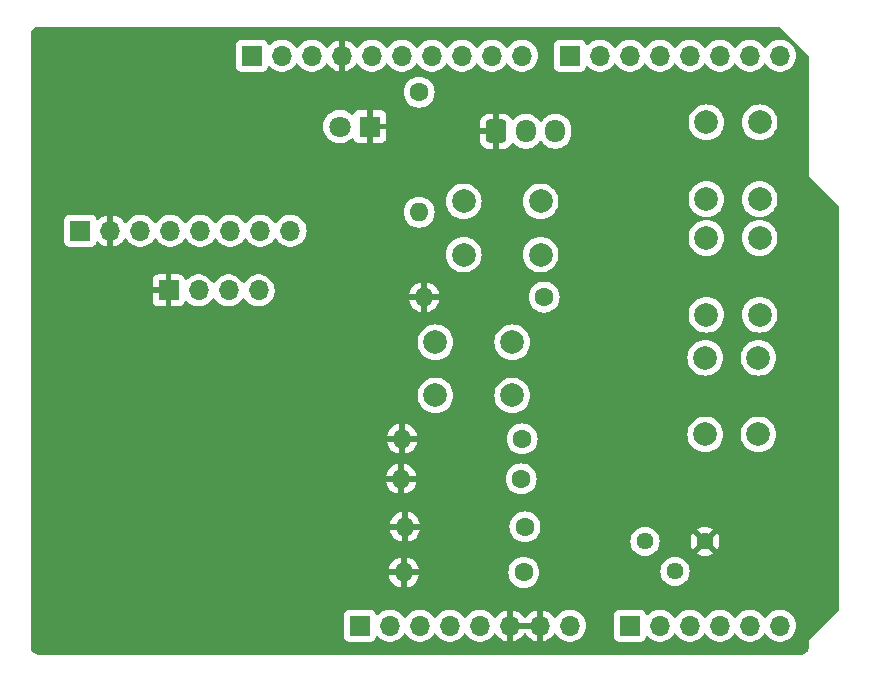
<source format=gbr>
%TF.GenerationSoftware,KiCad,Pcbnew,8.0.8*%
%TF.CreationDate,2025-02-03T17:06:43-07:00*%
%TF.ProjectId,ArduinoShieldThermoPro,41726475-696e-46f5-9368-69656c645468,rev?*%
%TF.SameCoordinates,Original*%
%TF.FileFunction,Copper,L2,Bot*%
%TF.FilePolarity,Positive*%
%FSLAX46Y46*%
G04 Gerber Fmt 4.6, Leading zero omitted, Abs format (unit mm)*
G04 Created by KiCad (PCBNEW 8.0.8) date 2025-02-03 17:06:43*
%MOMM*%
%LPD*%
G01*
G04 APERTURE LIST*
G04 Aperture macros list*
%AMRoundRect*
0 Rectangle with rounded corners*
0 $1 Rounding radius*
0 $2 $3 $4 $5 $6 $7 $8 $9 X,Y pos of 4 corners*
0 Add a 4 corners polygon primitive as box body*
4,1,4,$2,$3,$4,$5,$6,$7,$8,$9,$2,$3,0*
0 Add four circle primitives for the rounded corners*
1,1,$1+$1,$2,$3*
1,1,$1+$1,$4,$5*
1,1,$1+$1,$6,$7*
1,1,$1+$1,$8,$9*
0 Add four rect primitives between the rounded corners*
20,1,$1+$1,$2,$3,$4,$5,0*
20,1,$1+$1,$4,$5,$6,$7,0*
20,1,$1+$1,$6,$7,$8,$9,0*
20,1,$1+$1,$8,$9,$2,$3,0*%
G04 Aperture macros list end*
%TA.AperFunction,ComponentPad*%
%ADD10O,1.600000X1.600000*%
%TD*%
%TA.AperFunction,ComponentPad*%
%ADD11C,1.600000*%
%TD*%
%TA.AperFunction,ComponentPad*%
%ADD12O,1.700000X1.950000*%
%TD*%
%TA.AperFunction,ComponentPad*%
%ADD13RoundRect,0.250000X-0.600000X-0.725000X0.600000X-0.725000X0.600000X0.725000X-0.600000X0.725000X0*%
%TD*%
%TA.AperFunction,ComponentPad*%
%ADD14R,1.700000X1.700000*%
%TD*%
%TA.AperFunction,ComponentPad*%
%ADD15O,1.700000X1.700000*%
%TD*%
%TA.AperFunction,ComponentPad*%
%ADD16C,2.000000*%
%TD*%
%TA.AperFunction,ComponentPad*%
%ADD17C,1.440000*%
%TD*%
%TA.AperFunction,ComponentPad*%
%ADD18R,1.800000X1.800000*%
%TD*%
%TA.AperFunction,ComponentPad*%
%ADD19C,1.800000*%
%TD*%
G04 APERTURE END LIST*
D10*
%TO.P,R6,2*%
%TO.N,Net-(D1-A)*%
X132960000Y-62450000D03*
D11*
%TO.P,R6,1*%
%TO.N,/LED_Light*%
X132960000Y-52290000D03*
%TD*%
%TO.P,R5,1*%
%TO.N,/Button_cal*%
X141676000Y-81644000D03*
D10*
%TO.P,R5,2*%
%TO.N,GND*%
X131516000Y-81644000D03*
%TD*%
D11*
%TO.P,R4,1*%
%TO.N,/Button_lock*%
X143540000Y-69640000D03*
D10*
%TO.P,R4,2*%
%TO.N,GND*%
X133380000Y-69640000D03*
%TD*%
%TO.P,R3,2*%
%TO.N,GND*%
X131760000Y-89090000D03*
D11*
%TO.P,R3,1*%
%TO.N,/Button_light*%
X141920000Y-89090000D03*
%TD*%
%TO.P,R2,1*%
%TO.N,/Button_units*%
X141600000Y-85030000D03*
D10*
%TO.P,R2,2*%
%TO.N,GND*%
X131440000Y-85030000D03*
%TD*%
D11*
%TO.P,R1,1*%
%TO.N,/Button_onoff*%
X141820000Y-92940000D03*
D10*
%TO.P,R1,2*%
%TO.N,GND*%
X131660000Y-92940000D03*
%TD*%
D12*
%TO.P,J7,3,Pin_3*%
%TO.N,+5V*%
X144490000Y-55600000D03*
%TO.P,J7,2,Pin_2*%
%TO.N,/Temp_Digital*%
X141990000Y-55600000D03*
D13*
%TO.P,J7,1,Pin_1*%
%TO.N,GND*%
X139490000Y-55600000D03*
%TD*%
D14*
%TO.P,J1,1,Pin_1*%
%TO.N,unconnected-(J1-Pin_1-Pad1)*%
X127940000Y-97460000D03*
D15*
%TO.P,J1,2,Pin_2*%
%TO.N,/IOREF*%
X130480000Y-97460000D03*
%TO.P,J1,3,Pin_3*%
%TO.N,/~{RESET}*%
X133020000Y-97460000D03*
%TO.P,J1,4,Pin_4*%
%TO.N,+3V3*%
X135560000Y-97460000D03*
%TO.P,J1,5,Pin_5*%
%TO.N,+5V*%
X138100000Y-97460000D03*
%TO.P,J1,6,Pin_6*%
%TO.N,GND*%
X140640000Y-97460000D03*
%TO.P,J1,7,Pin_7*%
X143180000Y-97460000D03*
%TO.P,J1,8,Pin_8*%
%TO.N,VCC*%
X145720000Y-97460000D03*
%TD*%
D14*
%TO.P,J3,1,Pin_1*%
%TO.N,/Temp_Sensor*%
X150800000Y-97460000D03*
D15*
%TO.P,J3,2,Pin_2*%
%TO.N,/A1*%
X153340000Y-97460000D03*
%TO.P,J3,3,Pin_3*%
%TO.N,/A2*%
X155880000Y-97460000D03*
%TO.P,J3,4,Pin_4*%
%TO.N,/A3*%
X158420000Y-97460000D03*
%TO.P,J3,5,Pin_5*%
%TO.N,/SDA{slash}A4*%
X160960000Y-97460000D03*
%TO.P,J3,6,Pin_6*%
%TO.N,/SCL{slash}A5*%
X163500000Y-97460000D03*
%TD*%
D14*
%TO.P,J2,1,Pin_1*%
%TO.N,/I2C_SCL*%
X118796000Y-49200000D03*
D15*
%TO.P,J2,2,Pin_2*%
%TO.N,/I2C_SDA*%
X121336000Y-49200000D03*
%TO.P,J2,3,Pin_3*%
%TO.N,/AREF*%
X123876000Y-49200000D03*
%TO.P,J2,4,Pin_4*%
%TO.N,GND*%
X126416000Y-49200000D03*
%TO.P,J2,5,Pin_5*%
%TO.N,/13*%
X128956000Y-49200000D03*
%TO.P,J2,6,Pin_6*%
%TO.N,/12*%
X131496000Y-49200000D03*
%TO.P,J2,7,Pin_7*%
%TO.N,/\u002A11*%
X134036000Y-49200000D03*
%TO.P,J2,8,Pin_8*%
%TO.N,/\u002A10*%
X136576000Y-49200000D03*
%TO.P,J2,9,Pin_9*%
%TO.N,/LED_Light*%
X139116000Y-49200000D03*
%TO.P,J2,10,Pin_10*%
%TO.N,/Temp_Digital*%
X141656000Y-49200000D03*
%TD*%
D16*
%TO.P,SW2,1,A*%
%TO.N,/Button_units*%
X157280000Y-61340000D03*
X157280000Y-54840000D03*
%TO.P,SW2,2,B*%
%TO.N,+5V*%
X161780000Y-61340000D03*
X161780000Y-54840000D03*
%TD*%
D17*
%TO.P,RV1,1,1*%
%TO.N,+5V*%
X152080000Y-90320000D03*
%TO.P,RV1,2,2*%
%TO.N,/Temp_Sensor*%
X154620000Y-92860000D03*
%TO.P,RV1,3,3*%
%TO.N,GND*%
X157160000Y-90320000D03*
%TD*%
D15*
%TO.P,J5,8,Pin_8*%
%TO.N,unconnected-(J5-Pin_8-Pad8)*%
X122060000Y-64020000D03*
%TO.P,J5,7,Pin_7*%
%TO.N,unconnected-(J5-Pin_7-Pad7)*%
X119520000Y-64020000D03*
%TO.P,J5,6,Pin_6*%
%TO.N,unconnected-(J5-Pin_6-Pad6)*%
X116980000Y-64020000D03*
%TO.P,J5,5,Pin_5*%
%TO.N,unconnected-(J5-Pin_5-Pad5)*%
X114440000Y-64020000D03*
%TO.P,J5,4,Pin_4*%
%TO.N,/I2C_SDA*%
X111900000Y-64020000D03*
%TO.P,J5,3,Pin_3*%
%TO.N,/I2C_SCL*%
X109360000Y-64020000D03*
%TO.P,J5,2,Pin_2*%
%TO.N,GND*%
X106820000Y-64020000D03*
D14*
%TO.P,J5,1,Pin_1*%
%TO.N,+5V*%
X104280000Y-64020000D03*
%TD*%
D16*
%TO.P,SW5,2,B*%
%TO.N,+5V*%
X140840000Y-77970000D03*
X134340000Y-77970000D03*
%TO.P,SW5,1,A*%
%TO.N,/Button_cal*%
X140840000Y-73470000D03*
X134340000Y-73470000D03*
%TD*%
%TO.P,SW4,2,B*%
%TO.N,+5V*%
X143240000Y-66040000D03*
X136740000Y-66040000D03*
%TO.P,SW4,1,A*%
%TO.N,/Button_lock*%
X143240000Y-61540000D03*
X136740000Y-61540000D03*
%TD*%
D18*
%TO.P,D1,1,K*%
%TO.N,GND*%
X128780000Y-55200000D03*
D19*
%TO.P,D1,2,A*%
%TO.N,Net-(D1-A)*%
X126240000Y-55200000D03*
%TD*%
D16*
%TO.P,SW3,2,B*%
%TO.N,+5V*%
X161780000Y-64630000D03*
X161780000Y-71130000D03*
%TO.P,SW3,1,A*%
%TO.N,/Button_light*%
X157280000Y-64630000D03*
X157280000Y-71130000D03*
%TD*%
D14*
%TO.P,J4,1,Pin_1*%
%TO.N,/7*%
X145720000Y-49200000D03*
D15*
%TO.P,J4,2,Pin_2*%
%TO.N,/Button_lock*%
X148260000Y-49200000D03*
%TO.P,J4,3,Pin_3*%
%TO.N,/Button_cal*%
X150800000Y-49200000D03*
%TO.P,J4,4,Pin_4*%
%TO.N,/Button_units*%
X153340000Y-49200000D03*
%TO.P,J4,5,Pin_5*%
%TO.N,/Button_light*%
X155880000Y-49200000D03*
%TO.P,J4,6,Pin_6*%
%TO.N,/Button_onoff*%
X158420000Y-49200000D03*
%TO.P,J4,7,Pin_7*%
%TO.N,/TX{slash}1*%
X160960000Y-49200000D03*
%TO.P,J4,8,Pin_8*%
%TO.N,/RX{slash}0*%
X163500000Y-49200000D03*
%TD*%
D16*
%TO.P,SW1,1,A*%
%TO.N,/Button_onoff*%
X157190000Y-81270000D03*
X157190000Y-74770000D03*
%TO.P,SW1,2,B*%
%TO.N,+5V*%
X161690000Y-81270000D03*
X161690000Y-74770000D03*
%TD*%
D14*
%TO.P,J6,1,Pin_1*%
%TO.N,GND*%
X111740000Y-69080000D03*
D15*
%TO.P,J6,2,Pin_2*%
%TO.N,+5V*%
X114280000Y-69080000D03*
%TO.P,J6,3,Pin_3*%
%TO.N,/I2C_SCL*%
X116820000Y-69080000D03*
%TO.P,J6,4,Pin_4*%
%TO.N,/I2C_SDA*%
X119360000Y-69080000D03*
%TD*%
%TA.AperFunction,Conductor*%
%TO.N,GND*%
G36*
X142714075Y-97267007D02*
G01*
X142680000Y-97394174D01*
X142680000Y-97525826D01*
X142714075Y-97652993D01*
X142746988Y-97710000D01*
X141073012Y-97710000D01*
X141105925Y-97652993D01*
X141140000Y-97525826D01*
X141140000Y-97394174D01*
X141105925Y-97267007D01*
X141073012Y-97210000D01*
X142746988Y-97210000D01*
X142714075Y-97267007D01*
G37*
%TD.AperFunction*%
%TA.AperFunction,Conductor*%
G36*
X163484404Y-46755185D02*
G01*
X163505046Y-46771819D01*
X165928181Y-49194954D01*
X165961666Y-49256277D01*
X165964500Y-49282635D01*
X165964500Y-59344982D01*
X165964500Y-59375018D01*
X165975994Y-59402767D01*
X165975995Y-59402768D01*
X168468181Y-61894954D01*
X168501666Y-61956277D01*
X168504500Y-61982635D01*
X168504500Y-96107364D01*
X168484815Y-96174403D01*
X168468181Y-96195045D01*
X165997233Y-98665994D01*
X165975995Y-98687231D01*
X165964500Y-98714982D01*
X165964500Y-99231907D01*
X165963903Y-99244062D01*
X165952505Y-99359778D01*
X165947763Y-99383618D01*
X165917832Y-99482290D01*
X165915789Y-99489024D01*
X165906486Y-99511482D01*
X165854561Y-99608627D01*
X165841056Y-99628839D01*
X165771176Y-99713988D01*
X165753988Y-99731176D01*
X165668839Y-99801056D01*
X165648627Y-99814561D01*
X165551482Y-99866486D01*
X165529028Y-99875787D01*
X165487028Y-99888528D01*
X165423618Y-99907763D01*
X165399778Y-99912505D01*
X165291162Y-99923203D01*
X165284060Y-99923903D01*
X165271907Y-99924500D01*
X100768093Y-99924500D01*
X100755939Y-99923903D01*
X100747995Y-99923120D01*
X100640221Y-99912505D01*
X100616381Y-99907763D01*
X100599445Y-99902625D01*
X100510968Y-99875786D01*
X100488517Y-99866486D01*
X100391372Y-99814561D01*
X100371160Y-99801056D01*
X100286011Y-99731176D01*
X100268823Y-99713988D01*
X100198943Y-99628839D01*
X100185438Y-99608627D01*
X100133510Y-99511476D01*
X100124215Y-99489037D01*
X100092234Y-99383612D01*
X100087494Y-99359777D01*
X100076097Y-99244061D01*
X100075500Y-99231907D01*
X100075500Y-96561345D01*
X126581500Y-96561345D01*
X126581500Y-98358654D01*
X126588011Y-98419202D01*
X126588011Y-98419204D01*
X126639111Y-98556204D01*
X126726739Y-98673261D01*
X126843796Y-98760889D01*
X126980799Y-98811989D01*
X127008050Y-98814918D01*
X127041345Y-98818499D01*
X127041362Y-98818500D01*
X128838638Y-98818500D01*
X128838654Y-98818499D01*
X128865692Y-98815591D01*
X128899201Y-98811989D01*
X129036204Y-98760889D01*
X129153261Y-98673261D01*
X129240889Y-98556204D01*
X129286138Y-98434887D01*
X129328009Y-98378956D01*
X129393474Y-98354539D01*
X129461746Y-98369391D01*
X129493545Y-98394236D01*
X129556760Y-98462906D01*
X129734424Y-98601189D01*
X129734425Y-98601189D01*
X129734427Y-98601191D01*
X129861135Y-98669761D01*
X129932426Y-98708342D01*
X130145365Y-98781444D01*
X130367431Y-98818500D01*
X130592569Y-98818500D01*
X130814635Y-98781444D01*
X131027574Y-98708342D01*
X131225576Y-98601189D01*
X131403240Y-98462906D01*
X131524594Y-98331082D01*
X131555715Y-98297276D01*
X131555715Y-98297275D01*
X131555722Y-98297268D01*
X131646193Y-98158790D01*
X131699338Y-98113437D01*
X131768569Y-98104013D01*
X131831905Y-98133515D01*
X131853804Y-98158787D01*
X131944278Y-98297268D01*
X131944283Y-98297273D01*
X131944284Y-98297276D01*
X132070968Y-98434889D01*
X132096760Y-98462906D01*
X132274424Y-98601189D01*
X132274425Y-98601189D01*
X132274427Y-98601191D01*
X132401135Y-98669761D01*
X132472426Y-98708342D01*
X132685365Y-98781444D01*
X132907431Y-98818500D01*
X133132569Y-98818500D01*
X133354635Y-98781444D01*
X133567574Y-98708342D01*
X133765576Y-98601189D01*
X133943240Y-98462906D01*
X134064594Y-98331082D01*
X134095715Y-98297276D01*
X134095715Y-98297275D01*
X134095722Y-98297268D01*
X134186193Y-98158790D01*
X134239338Y-98113437D01*
X134308569Y-98104013D01*
X134371905Y-98133515D01*
X134393804Y-98158787D01*
X134484278Y-98297268D01*
X134484283Y-98297273D01*
X134484284Y-98297276D01*
X134610968Y-98434889D01*
X134636760Y-98462906D01*
X134814424Y-98601189D01*
X134814425Y-98601189D01*
X134814427Y-98601191D01*
X134941135Y-98669761D01*
X135012426Y-98708342D01*
X135225365Y-98781444D01*
X135447431Y-98818500D01*
X135672569Y-98818500D01*
X135894635Y-98781444D01*
X136107574Y-98708342D01*
X136305576Y-98601189D01*
X136483240Y-98462906D01*
X136604594Y-98331082D01*
X136635715Y-98297276D01*
X136635715Y-98297275D01*
X136635722Y-98297268D01*
X136726193Y-98158790D01*
X136779338Y-98113437D01*
X136848569Y-98104013D01*
X136911905Y-98133515D01*
X136933804Y-98158787D01*
X137024278Y-98297268D01*
X137024283Y-98297273D01*
X137024284Y-98297276D01*
X137150968Y-98434889D01*
X137176760Y-98462906D01*
X137354424Y-98601189D01*
X137354425Y-98601189D01*
X137354427Y-98601191D01*
X137481135Y-98669761D01*
X137552426Y-98708342D01*
X137765365Y-98781444D01*
X137987431Y-98818500D01*
X138212569Y-98818500D01*
X138434635Y-98781444D01*
X138647574Y-98708342D01*
X138845576Y-98601189D01*
X139023240Y-98462906D01*
X139144594Y-98331082D01*
X139175715Y-98297276D01*
X139175715Y-98297275D01*
X139175722Y-98297268D01*
X139269749Y-98153347D01*
X139322894Y-98107994D01*
X139392125Y-98098570D01*
X139455461Y-98128072D01*
X139475130Y-98150048D01*
X139601890Y-98331078D01*
X139768917Y-98498105D01*
X139962421Y-98633600D01*
X140176507Y-98733429D01*
X140176516Y-98733433D01*
X140390000Y-98790634D01*
X140390000Y-97893012D01*
X140447007Y-97925925D01*
X140574174Y-97960000D01*
X140705826Y-97960000D01*
X140832993Y-97925925D01*
X140890000Y-97893012D01*
X140890000Y-98790633D01*
X141103483Y-98733433D01*
X141103492Y-98733429D01*
X141317578Y-98633600D01*
X141511082Y-98498105D01*
X141678105Y-98331082D01*
X141808425Y-98144968D01*
X141863002Y-98101344D01*
X141932501Y-98094151D01*
X141994855Y-98125673D01*
X142011575Y-98144968D01*
X142141894Y-98331082D01*
X142308917Y-98498105D01*
X142502421Y-98633600D01*
X142716507Y-98733429D01*
X142716516Y-98733433D01*
X142930000Y-98790634D01*
X142930000Y-97893012D01*
X142987007Y-97925925D01*
X143114174Y-97960000D01*
X143245826Y-97960000D01*
X143372993Y-97925925D01*
X143430000Y-97893012D01*
X143430000Y-98790633D01*
X143643483Y-98733433D01*
X143643492Y-98733429D01*
X143857578Y-98633600D01*
X144051082Y-98498105D01*
X144218105Y-98331082D01*
X144344868Y-98150048D01*
X144399445Y-98106423D01*
X144468944Y-98099231D01*
X144531298Y-98130753D01*
X144550251Y-98153350D01*
X144644276Y-98297265D01*
X144644284Y-98297276D01*
X144770968Y-98434889D01*
X144796760Y-98462906D01*
X144974424Y-98601189D01*
X144974425Y-98601189D01*
X144974427Y-98601191D01*
X145101135Y-98669761D01*
X145172426Y-98708342D01*
X145385365Y-98781444D01*
X145607431Y-98818500D01*
X145832569Y-98818500D01*
X146054635Y-98781444D01*
X146267574Y-98708342D01*
X146465576Y-98601189D01*
X146643240Y-98462906D01*
X146764594Y-98331082D01*
X146795715Y-98297276D01*
X146795717Y-98297273D01*
X146795722Y-98297268D01*
X146918860Y-98108791D01*
X147009296Y-97902616D01*
X147064564Y-97684368D01*
X147067164Y-97652993D01*
X147083156Y-97460005D01*
X147083156Y-97459994D01*
X147064565Y-97235640D01*
X147064563Y-97235628D01*
X147009296Y-97017385D01*
X146999071Y-96994075D01*
X146918860Y-96811209D01*
X146902706Y-96786484D01*
X146795723Y-96622734D01*
X146795715Y-96622723D01*
X146739212Y-96561345D01*
X149441500Y-96561345D01*
X149441500Y-98358654D01*
X149448011Y-98419202D01*
X149448011Y-98419204D01*
X149499111Y-98556204D01*
X149586739Y-98673261D01*
X149703796Y-98760889D01*
X149840799Y-98811989D01*
X149868050Y-98814918D01*
X149901345Y-98818499D01*
X149901362Y-98818500D01*
X151698638Y-98818500D01*
X151698654Y-98818499D01*
X151725692Y-98815591D01*
X151759201Y-98811989D01*
X151896204Y-98760889D01*
X152013261Y-98673261D01*
X152100889Y-98556204D01*
X152146138Y-98434887D01*
X152188009Y-98378956D01*
X152253474Y-98354539D01*
X152321746Y-98369391D01*
X152353545Y-98394236D01*
X152416760Y-98462906D01*
X152594424Y-98601189D01*
X152594425Y-98601189D01*
X152594427Y-98601191D01*
X152721135Y-98669761D01*
X152792426Y-98708342D01*
X153005365Y-98781444D01*
X153227431Y-98818500D01*
X153452569Y-98818500D01*
X153674635Y-98781444D01*
X153887574Y-98708342D01*
X154085576Y-98601189D01*
X154263240Y-98462906D01*
X154384594Y-98331082D01*
X154415715Y-98297276D01*
X154415715Y-98297275D01*
X154415722Y-98297268D01*
X154506193Y-98158790D01*
X154559338Y-98113437D01*
X154628569Y-98104013D01*
X154691905Y-98133515D01*
X154713804Y-98158787D01*
X154804278Y-98297268D01*
X154804283Y-98297273D01*
X154804284Y-98297276D01*
X154930968Y-98434889D01*
X154956760Y-98462906D01*
X155134424Y-98601189D01*
X155134425Y-98601189D01*
X155134427Y-98601191D01*
X155261135Y-98669761D01*
X155332426Y-98708342D01*
X155545365Y-98781444D01*
X155767431Y-98818500D01*
X155992569Y-98818500D01*
X156214635Y-98781444D01*
X156427574Y-98708342D01*
X156625576Y-98601189D01*
X156803240Y-98462906D01*
X156924594Y-98331082D01*
X156955715Y-98297276D01*
X156955715Y-98297275D01*
X156955722Y-98297268D01*
X157046193Y-98158790D01*
X157099338Y-98113437D01*
X157168569Y-98104013D01*
X157231905Y-98133515D01*
X157253804Y-98158787D01*
X157344278Y-98297268D01*
X157344283Y-98297273D01*
X157344284Y-98297276D01*
X157470968Y-98434889D01*
X157496760Y-98462906D01*
X157674424Y-98601189D01*
X157674425Y-98601189D01*
X157674427Y-98601191D01*
X157801135Y-98669761D01*
X157872426Y-98708342D01*
X158085365Y-98781444D01*
X158307431Y-98818500D01*
X158532569Y-98818500D01*
X158754635Y-98781444D01*
X158967574Y-98708342D01*
X159165576Y-98601189D01*
X159343240Y-98462906D01*
X159464594Y-98331082D01*
X159495715Y-98297276D01*
X159495715Y-98297275D01*
X159495722Y-98297268D01*
X159586193Y-98158790D01*
X159639338Y-98113437D01*
X159708569Y-98104013D01*
X159771905Y-98133515D01*
X159793804Y-98158787D01*
X159884278Y-98297268D01*
X159884283Y-98297273D01*
X159884284Y-98297276D01*
X160010968Y-98434889D01*
X160036760Y-98462906D01*
X160214424Y-98601189D01*
X160214425Y-98601189D01*
X160214427Y-98601191D01*
X160341135Y-98669761D01*
X160412426Y-98708342D01*
X160625365Y-98781444D01*
X160847431Y-98818500D01*
X161072569Y-98818500D01*
X161294635Y-98781444D01*
X161507574Y-98708342D01*
X161705576Y-98601189D01*
X161883240Y-98462906D01*
X162004594Y-98331082D01*
X162035715Y-98297276D01*
X162035715Y-98297275D01*
X162035722Y-98297268D01*
X162126193Y-98158790D01*
X162179338Y-98113437D01*
X162248569Y-98104013D01*
X162311905Y-98133515D01*
X162333804Y-98158787D01*
X162424278Y-98297268D01*
X162424283Y-98297273D01*
X162424284Y-98297276D01*
X162550968Y-98434889D01*
X162576760Y-98462906D01*
X162754424Y-98601189D01*
X162754425Y-98601189D01*
X162754427Y-98601191D01*
X162881135Y-98669761D01*
X162952426Y-98708342D01*
X163165365Y-98781444D01*
X163387431Y-98818500D01*
X163612569Y-98818500D01*
X163834635Y-98781444D01*
X164047574Y-98708342D01*
X164245576Y-98601189D01*
X164423240Y-98462906D01*
X164544594Y-98331082D01*
X164575715Y-98297276D01*
X164575717Y-98297273D01*
X164575722Y-98297268D01*
X164698860Y-98108791D01*
X164789296Y-97902616D01*
X164844564Y-97684368D01*
X164847164Y-97652993D01*
X164863156Y-97460005D01*
X164863156Y-97459994D01*
X164844565Y-97235640D01*
X164844563Y-97235628D01*
X164789296Y-97017385D01*
X164779071Y-96994075D01*
X164698860Y-96811209D01*
X164682706Y-96786484D01*
X164575723Y-96622734D01*
X164575715Y-96622723D01*
X164423243Y-96457097D01*
X164423238Y-96457092D01*
X164245577Y-96318812D01*
X164245572Y-96318808D01*
X164047580Y-96211661D01*
X164047577Y-96211659D01*
X164047574Y-96211658D01*
X164047571Y-96211657D01*
X164047569Y-96211656D01*
X163834637Y-96138556D01*
X163612569Y-96101500D01*
X163387431Y-96101500D01*
X163165362Y-96138556D01*
X162952430Y-96211656D01*
X162952419Y-96211661D01*
X162754427Y-96318808D01*
X162754422Y-96318812D01*
X162576761Y-96457092D01*
X162576756Y-96457097D01*
X162424284Y-96622723D01*
X162424276Y-96622734D01*
X162333808Y-96761206D01*
X162280662Y-96806562D01*
X162211431Y-96815986D01*
X162148095Y-96786484D01*
X162126192Y-96761206D01*
X162035723Y-96622734D01*
X162035715Y-96622723D01*
X161883243Y-96457097D01*
X161883238Y-96457092D01*
X161705577Y-96318812D01*
X161705572Y-96318808D01*
X161507580Y-96211661D01*
X161507577Y-96211659D01*
X161507574Y-96211658D01*
X161507571Y-96211657D01*
X161507569Y-96211656D01*
X161294637Y-96138556D01*
X161072569Y-96101500D01*
X160847431Y-96101500D01*
X160625362Y-96138556D01*
X160412430Y-96211656D01*
X160412419Y-96211661D01*
X160214427Y-96318808D01*
X160214422Y-96318812D01*
X160036761Y-96457092D01*
X160036756Y-96457097D01*
X159884284Y-96622723D01*
X159884276Y-96622734D01*
X159793808Y-96761206D01*
X159740662Y-96806562D01*
X159671431Y-96815986D01*
X159608095Y-96786484D01*
X159586192Y-96761206D01*
X159495723Y-96622734D01*
X159495715Y-96622723D01*
X159343243Y-96457097D01*
X159343238Y-96457092D01*
X159165577Y-96318812D01*
X159165572Y-96318808D01*
X158967580Y-96211661D01*
X158967577Y-96211659D01*
X158967574Y-96211658D01*
X158967571Y-96211657D01*
X158967569Y-96211656D01*
X158754637Y-96138556D01*
X158532569Y-96101500D01*
X158307431Y-96101500D01*
X158085362Y-96138556D01*
X157872430Y-96211656D01*
X157872419Y-96211661D01*
X157674427Y-96318808D01*
X157674422Y-96318812D01*
X157496761Y-96457092D01*
X157496756Y-96457097D01*
X157344284Y-96622723D01*
X157344276Y-96622734D01*
X157253808Y-96761206D01*
X157200662Y-96806562D01*
X157131431Y-96815986D01*
X157068095Y-96786484D01*
X157046192Y-96761206D01*
X156955723Y-96622734D01*
X156955715Y-96622723D01*
X156803243Y-96457097D01*
X156803238Y-96457092D01*
X156625577Y-96318812D01*
X156625572Y-96318808D01*
X156427580Y-96211661D01*
X156427577Y-96211659D01*
X156427574Y-96211658D01*
X156427571Y-96211657D01*
X156427569Y-96211656D01*
X156214637Y-96138556D01*
X155992569Y-96101500D01*
X155767431Y-96101500D01*
X155545362Y-96138556D01*
X155332430Y-96211656D01*
X155332419Y-96211661D01*
X155134427Y-96318808D01*
X155134422Y-96318812D01*
X154956761Y-96457092D01*
X154956756Y-96457097D01*
X154804284Y-96622723D01*
X154804276Y-96622734D01*
X154713808Y-96761206D01*
X154660662Y-96806562D01*
X154591431Y-96815986D01*
X154528095Y-96786484D01*
X154506192Y-96761206D01*
X154415723Y-96622734D01*
X154415715Y-96622723D01*
X154263243Y-96457097D01*
X154263238Y-96457092D01*
X154085577Y-96318812D01*
X154085572Y-96318808D01*
X153887580Y-96211661D01*
X153887577Y-96211659D01*
X153887574Y-96211658D01*
X153887571Y-96211657D01*
X153887569Y-96211656D01*
X153674637Y-96138556D01*
X153452569Y-96101500D01*
X153227431Y-96101500D01*
X153005362Y-96138556D01*
X152792430Y-96211656D01*
X152792419Y-96211661D01*
X152594427Y-96318808D01*
X152594422Y-96318812D01*
X152416761Y-96457092D01*
X152353548Y-96525760D01*
X152293661Y-96561750D01*
X152223823Y-96559649D01*
X152166207Y-96520124D01*
X152146138Y-96485110D01*
X152100889Y-96363796D01*
X152067214Y-96318812D01*
X152013261Y-96246739D01*
X151896204Y-96159111D01*
X151895172Y-96158726D01*
X151759203Y-96108011D01*
X151698654Y-96101500D01*
X151698638Y-96101500D01*
X149901362Y-96101500D01*
X149901345Y-96101500D01*
X149840797Y-96108011D01*
X149840795Y-96108011D01*
X149703795Y-96159111D01*
X149586739Y-96246739D01*
X149499111Y-96363795D01*
X149448011Y-96500795D01*
X149448011Y-96500797D01*
X149441500Y-96561345D01*
X146739212Y-96561345D01*
X146643243Y-96457097D01*
X146643238Y-96457092D01*
X146465577Y-96318812D01*
X146465572Y-96318808D01*
X146267580Y-96211661D01*
X146267577Y-96211659D01*
X146267574Y-96211658D01*
X146267571Y-96211657D01*
X146267569Y-96211656D01*
X146054637Y-96138556D01*
X145832569Y-96101500D01*
X145607431Y-96101500D01*
X145385362Y-96138556D01*
X145172430Y-96211656D01*
X145172419Y-96211661D01*
X144974427Y-96318808D01*
X144974422Y-96318812D01*
X144796761Y-96457092D01*
X144796756Y-96457097D01*
X144644284Y-96622723D01*
X144644276Y-96622734D01*
X144550251Y-96766650D01*
X144497105Y-96812007D01*
X144427873Y-96821430D01*
X144364538Y-96791928D01*
X144344868Y-96769951D01*
X144218113Y-96588926D01*
X144218108Y-96588920D01*
X144051082Y-96421894D01*
X143857578Y-96286399D01*
X143643492Y-96186570D01*
X143643486Y-96186567D01*
X143430000Y-96129364D01*
X143430000Y-97026988D01*
X143372993Y-96994075D01*
X143245826Y-96960000D01*
X143114174Y-96960000D01*
X142987007Y-96994075D01*
X142930000Y-97026988D01*
X142930000Y-96129364D01*
X142929999Y-96129364D01*
X142716513Y-96186567D01*
X142716507Y-96186570D01*
X142502422Y-96286399D01*
X142502420Y-96286400D01*
X142308926Y-96421886D01*
X142308920Y-96421891D01*
X142141891Y-96588920D01*
X142141890Y-96588922D01*
X142011575Y-96775031D01*
X141956998Y-96818655D01*
X141887499Y-96825848D01*
X141825145Y-96794326D01*
X141808425Y-96775031D01*
X141678109Y-96588922D01*
X141678108Y-96588920D01*
X141511082Y-96421894D01*
X141317578Y-96286399D01*
X141103492Y-96186570D01*
X141103486Y-96186567D01*
X140890000Y-96129364D01*
X140890000Y-97026988D01*
X140832993Y-96994075D01*
X140705826Y-96960000D01*
X140574174Y-96960000D01*
X140447007Y-96994075D01*
X140390000Y-97026988D01*
X140390000Y-96129364D01*
X140389999Y-96129364D01*
X140176513Y-96186567D01*
X140176507Y-96186570D01*
X139962422Y-96286399D01*
X139962420Y-96286400D01*
X139768926Y-96421886D01*
X139768920Y-96421891D01*
X139601891Y-96588920D01*
X139601890Y-96588922D01*
X139475131Y-96769952D01*
X139420554Y-96813577D01*
X139351055Y-96820769D01*
X139288701Y-96789247D01*
X139269752Y-96766656D01*
X139175722Y-96622732D01*
X139175715Y-96622725D01*
X139175715Y-96622723D01*
X139023243Y-96457097D01*
X139023238Y-96457092D01*
X138845577Y-96318812D01*
X138845572Y-96318808D01*
X138647580Y-96211661D01*
X138647577Y-96211659D01*
X138647574Y-96211658D01*
X138647571Y-96211657D01*
X138647569Y-96211656D01*
X138434637Y-96138556D01*
X138212569Y-96101500D01*
X137987431Y-96101500D01*
X137765362Y-96138556D01*
X137552430Y-96211656D01*
X137552419Y-96211661D01*
X137354427Y-96318808D01*
X137354422Y-96318812D01*
X137176761Y-96457092D01*
X137176756Y-96457097D01*
X137024284Y-96622723D01*
X137024276Y-96622734D01*
X136933808Y-96761206D01*
X136880662Y-96806562D01*
X136811431Y-96815986D01*
X136748095Y-96786484D01*
X136726192Y-96761206D01*
X136635723Y-96622734D01*
X136635715Y-96622723D01*
X136483243Y-96457097D01*
X136483238Y-96457092D01*
X136305577Y-96318812D01*
X136305572Y-96318808D01*
X136107580Y-96211661D01*
X136107577Y-96211659D01*
X136107574Y-96211658D01*
X136107571Y-96211657D01*
X136107569Y-96211656D01*
X135894637Y-96138556D01*
X135672569Y-96101500D01*
X135447431Y-96101500D01*
X135225362Y-96138556D01*
X135012430Y-96211656D01*
X135012419Y-96211661D01*
X134814427Y-96318808D01*
X134814422Y-96318812D01*
X134636761Y-96457092D01*
X134636756Y-96457097D01*
X134484284Y-96622723D01*
X134484276Y-96622734D01*
X134393808Y-96761206D01*
X134340662Y-96806562D01*
X134271431Y-96815986D01*
X134208095Y-96786484D01*
X134186192Y-96761206D01*
X134095723Y-96622734D01*
X134095715Y-96622723D01*
X133943243Y-96457097D01*
X133943238Y-96457092D01*
X133765577Y-96318812D01*
X133765572Y-96318808D01*
X133567580Y-96211661D01*
X133567577Y-96211659D01*
X133567574Y-96211658D01*
X133567571Y-96211657D01*
X133567569Y-96211656D01*
X133354637Y-96138556D01*
X133132569Y-96101500D01*
X132907431Y-96101500D01*
X132685362Y-96138556D01*
X132472430Y-96211656D01*
X132472419Y-96211661D01*
X132274427Y-96318808D01*
X132274422Y-96318812D01*
X132096761Y-96457092D01*
X132096756Y-96457097D01*
X131944284Y-96622723D01*
X131944276Y-96622734D01*
X131853808Y-96761206D01*
X131800662Y-96806562D01*
X131731431Y-96815986D01*
X131668095Y-96786484D01*
X131646192Y-96761206D01*
X131555723Y-96622734D01*
X131555715Y-96622723D01*
X131403243Y-96457097D01*
X131403238Y-96457092D01*
X131225577Y-96318812D01*
X131225572Y-96318808D01*
X131027580Y-96211661D01*
X131027577Y-96211659D01*
X131027574Y-96211658D01*
X131027571Y-96211657D01*
X131027569Y-96211656D01*
X130814637Y-96138556D01*
X130592569Y-96101500D01*
X130367431Y-96101500D01*
X130145362Y-96138556D01*
X129932430Y-96211656D01*
X129932419Y-96211661D01*
X129734427Y-96318808D01*
X129734422Y-96318812D01*
X129556761Y-96457092D01*
X129493548Y-96525760D01*
X129433661Y-96561750D01*
X129363823Y-96559649D01*
X129306207Y-96520124D01*
X129286138Y-96485110D01*
X129240889Y-96363796D01*
X129207214Y-96318812D01*
X129153261Y-96246739D01*
X129036204Y-96159111D01*
X129035172Y-96158726D01*
X128899203Y-96108011D01*
X128838654Y-96101500D01*
X128838638Y-96101500D01*
X127041362Y-96101500D01*
X127041345Y-96101500D01*
X126980797Y-96108011D01*
X126980795Y-96108011D01*
X126843795Y-96159111D01*
X126726739Y-96246739D01*
X126639111Y-96363795D01*
X126588011Y-96500795D01*
X126588011Y-96500797D01*
X126581500Y-96561345D01*
X100075500Y-96561345D01*
X100075500Y-92689999D01*
X130381127Y-92689999D01*
X130381128Y-92690000D01*
X131344314Y-92690000D01*
X131339920Y-92694394D01*
X131287259Y-92785606D01*
X131260000Y-92887339D01*
X131260000Y-92992661D01*
X131287259Y-93094394D01*
X131339920Y-93185606D01*
X131344314Y-93190000D01*
X130381128Y-93190000D01*
X130433730Y-93386317D01*
X130433734Y-93386326D01*
X130529865Y-93592482D01*
X130660342Y-93778820D01*
X130821179Y-93939657D01*
X131007517Y-94070134D01*
X131213673Y-94166265D01*
X131213682Y-94166269D01*
X131409999Y-94218872D01*
X131410000Y-94218871D01*
X131410000Y-93255686D01*
X131414394Y-93260080D01*
X131505606Y-93312741D01*
X131607339Y-93340000D01*
X131712661Y-93340000D01*
X131814394Y-93312741D01*
X131905606Y-93260080D01*
X131910000Y-93255686D01*
X131910000Y-94218872D01*
X132106317Y-94166269D01*
X132106326Y-94166265D01*
X132312482Y-94070134D01*
X132498820Y-93939657D01*
X132659657Y-93778820D01*
X132790134Y-93592482D01*
X132886265Y-93386326D01*
X132886269Y-93386317D01*
X132938872Y-93190000D01*
X131975686Y-93190000D01*
X131980080Y-93185606D01*
X132032741Y-93094394D01*
X132060000Y-92992661D01*
X132060000Y-92939998D01*
X140506502Y-92939998D01*
X140506502Y-92940001D01*
X140526456Y-93168081D01*
X140526457Y-93168089D01*
X140585714Y-93389238D01*
X140585718Y-93389249D01*
X140626451Y-93476601D01*
X140682477Y-93596749D01*
X140813802Y-93784300D01*
X140975700Y-93946198D01*
X141163251Y-94077523D01*
X141196856Y-94093193D01*
X141370750Y-94174281D01*
X141370752Y-94174281D01*
X141370757Y-94174284D01*
X141591913Y-94233543D01*
X141754832Y-94247796D01*
X141819998Y-94253498D01*
X141820000Y-94253498D01*
X141820002Y-94253498D01*
X141877021Y-94248509D01*
X142048087Y-94233543D01*
X142269243Y-94174284D01*
X142476749Y-94077523D01*
X142664300Y-93946198D01*
X142826198Y-93784300D01*
X142957523Y-93596749D01*
X143054284Y-93389243D01*
X143113543Y-93168087D01*
X143133498Y-92940000D01*
X143126499Y-92859998D01*
X153386807Y-92859998D01*
X153386807Y-92860001D01*
X153405541Y-93074136D01*
X153405542Y-93074144D01*
X153461176Y-93281772D01*
X153461177Y-93281774D01*
X153461178Y-93281777D01*
X153475617Y-93312741D01*
X153552024Y-93476597D01*
X153552026Y-93476601D01*
X153675319Y-93652682D01*
X153827317Y-93804680D01*
X154003398Y-93927973D01*
X154003400Y-93927974D01*
X154003403Y-93927976D01*
X154198223Y-94018822D01*
X154405858Y-94074458D01*
X154558816Y-94087840D01*
X154619998Y-94093193D01*
X154620000Y-94093193D01*
X154620002Y-94093193D01*
X154673535Y-94088509D01*
X154834142Y-94074458D01*
X155041777Y-94018822D01*
X155236597Y-93927976D01*
X155412681Y-93804681D01*
X155564681Y-93652681D01*
X155687976Y-93476597D01*
X155778822Y-93281777D01*
X155834458Y-93074142D01*
X155853193Y-92860000D01*
X155834458Y-92645858D01*
X155778822Y-92438223D01*
X155687976Y-92243404D01*
X155564681Y-92067319D01*
X155564679Y-92067316D01*
X155412682Y-91915319D01*
X155236601Y-91792026D01*
X155236597Y-91792024D01*
X155236595Y-91792023D01*
X155041777Y-91701178D01*
X155041774Y-91701177D01*
X155041772Y-91701176D01*
X154834144Y-91645542D01*
X154834136Y-91645541D01*
X154620002Y-91626807D01*
X154619998Y-91626807D01*
X154405863Y-91645541D01*
X154405855Y-91645542D01*
X154198227Y-91701176D01*
X154198221Y-91701179D01*
X154003405Y-91792023D01*
X154003403Y-91792024D01*
X153827316Y-91915320D01*
X153675320Y-92067316D01*
X153552024Y-92243403D01*
X153552023Y-92243405D01*
X153461179Y-92438221D01*
X153461176Y-92438227D01*
X153405542Y-92645855D01*
X153405541Y-92645863D01*
X153386807Y-92859998D01*
X143126499Y-92859998D01*
X143113543Y-92711913D01*
X143054284Y-92490757D01*
X142957523Y-92283251D01*
X142826198Y-92095700D01*
X142664300Y-91933802D01*
X142476749Y-91802477D01*
X142454337Y-91792026D01*
X142269249Y-91705718D01*
X142269238Y-91705714D01*
X142048089Y-91646457D01*
X142048081Y-91646456D01*
X141820002Y-91626502D01*
X141819998Y-91626502D01*
X141591918Y-91646456D01*
X141591910Y-91646457D01*
X141370761Y-91705714D01*
X141370750Y-91705718D01*
X141163254Y-91802475D01*
X141163252Y-91802476D01*
X141163251Y-91802477D01*
X140975700Y-91933802D01*
X140975698Y-91933803D01*
X140975695Y-91933806D01*
X140813806Y-92095695D01*
X140682476Y-92283252D01*
X140682475Y-92283254D01*
X140585718Y-92490750D01*
X140585714Y-92490761D01*
X140526457Y-92711910D01*
X140526456Y-92711918D01*
X140506502Y-92939998D01*
X132060000Y-92939998D01*
X132060000Y-92887339D01*
X132032741Y-92785606D01*
X131980080Y-92694394D01*
X131975686Y-92690000D01*
X132938872Y-92690000D01*
X132938872Y-92689999D01*
X132886269Y-92493682D01*
X132886265Y-92493673D01*
X132790134Y-92287517D01*
X132659657Y-92101179D01*
X132498820Y-91940342D01*
X132312482Y-91809865D01*
X132106328Y-91713734D01*
X131910000Y-91661127D01*
X131910000Y-92624314D01*
X131905606Y-92619920D01*
X131814394Y-92567259D01*
X131712661Y-92540000D01*
X131607339Y-92540000D01*
X131505606Y-92567259D01*
X131414394Y-92619920D01*
X131410000Y-92624314D01*
X131410000Y-91661127D01*
X131213671Y-91713734D01*
X131007517Y-91809865D01*
X130821179Y-91940342D01*
X130660342Y-92101179D01*
X130529865Y-92287517D01*
X130433734Y-92493673D01*
X130433730Y-92493682D01*
X130381127Y-92689999D01*
X100075500Y-92689999D01*
X100075500Y-88839999D01*
X130481127Y-88839999D01*
X130481128Y-88840000D01*
X131444314Y-88840000D01*
X131439920Y-88844394D01*
X131387259Y-88935606D01*
X131360000Y-89037339D01*
X131360000Y-89142661D01*
X131387259Y-89244394D01*
X131439920Y-89335606D01*
X131444314Y-89340000D01*
X130481128Y-89340000D01*
X130533730Y-89536317D01*
X130533734Y-89536326D01*
X130629865Y-89742482D01*
X130760342Y-89928820D01*
X130921179Y-90089657D01*
X131107517Y-90220134D01*
X131313673Y-90316265D01*
X131313682Y-90316269D01*
X131509999Y-90368872D01*
X131510000Y-90368871D01*
X131510000Y-89405686D01*
X131514394Y-89410080D01*
X131605606Y-89462741D01*
X131707339Y-89490000D01*
X131812661Y-89490000D01*
X131914394Y-89462741D01*
X132005606Y-89410080D01*
X132010000Y-89405686D01*
X132010000Y-90368872D01*
X132206317Y-90316269D01*
X132206326Y-90316265D01*
X132412482Y-90220134D01*
X132598820Y-90089657D01*
X132759657Y-89928820D01*
X132890134Y-89742482D01*
X132986265Y-89536326D01*
X132986269Y-89536317D01*
X133038872Y-89340000D01*
X132075686Y-89340000D01*
X132080080Y-89335606D01*
X132132741Y-89244394D01*
X132160000Y-89142661D01*
X132160000Y-89089998D01*
X140606502Y-89089998D01*
X140606502Y-89090001D01*
X140626456Y-89318081D01*
X140626457Y-89318089D01*
X140685714Y-89539238D01*
X140685718Y-89539249D01*
X140780487Y-89742482D01*
X140782477Y-89746749D01*
X140913802Y-89934300D01*
X141075700Y-90096198D01*
X141263251Y-90227523D01*
X141388091Y-90285736D01*
X141470750Y-90324281D01*
X141470752Y-90324281D01*
X141470757Y-90324284D01*
X141691913Y-90383543D01*
X141854832Y-90397796D01*
X141919998Y-90403498D01*
X141920000Y-90403498D01*
X141920002Y-90403498D01*
X141977021Y-90398509D01*
X142148087Y-90383543D01*
X142369243Y-90324284D01*
X142378434Y-90319998D01*
X150846807Y-90319998D01*
X150846807Y-90320001D01*
X150865541Y-90534136D01*
X150865542Y-90534144D01*
X150921176Y-90741772D01*
X150921177Y-90741774D01*
X150921178Y-90741777D01*
X151010032Y-90932325D01*
X151012024Y-90936597D01*
X151012026Y-90936601D01*
X151135319Y-91112682D01*
X151287317Y-91264680D01*
X151463398Y-91387973D01*
X151463400Y-91387974D01*
X151463403Y-91387976D01*
X151658223Y-91478822D01*
X151865858Y-91534458D01*
X152018816Y-91547840D01*
X152079998Y-91553193D01*
X152080000Y-91553193D01*
X152080002Y-91553193D01*
X152133535Y-91548509D01*
X152294142Y-91534458D01*
X152501777Y-91478822D01*
X152696597Y-91387976D01*
X152872681Y-91264681D01*
X153024681Y-91112681D01*
X153147976Y-90936597D01*
X153238822Y-90741777D01*
X153294458Y-90534142D01*
X153312818Y-90324284D01*
X153313193Y-90320001D01*
X153313193Y-90319998D01*
X153313193Y-90319997D01*
X155935340Y-90319997D01*
X155935340Y-90320002D01*
X155953944Y-90532654D01*
X155953945Y-90532662D01*
X156009194Y-90738853D01*
X156009197Y-90738859D01*
X156099413Y-90932329D01*
X156138415Y-90988030D01*
X156760000Y-90366445D01*
X156760000Y-90372661D01*
X156787259Y-90474394D01*
X156839920Y-90565606D01*
X156914394Y-90640080D01*
X157005606Y-90692741D01*
X157107339Y-90720000D01*
X157113554Y-90720000D01*
X156491968Y-91341584D01*
X156547663Y-91380582D01*
X156547669Y-91380586D01*
X156741140Y-91470802D01*
X156741146Y-91470805D01*
X156947337Y-91526054D01*
X156947345Y-91526055D01*
X157159998Y-91544660D01*
X157160002Y-91544660D01*
X157372654Y-91526055D01*
X157372662Y-91526054D01*
X157578853Y-91470805D01*
X157578864Y-91470801D01*
X157772325Y-91380589D01*
X157828030Y-91341583D01*
X157206447Y-90720000D01*
X157212661Y-90720000D01*
X157314394Y-90692741D01*
X157405606Y-90640080D01*
X157480080Y-90565606D01*
X157532741Y-90474394D01*
X157560000Y-90372661D01*
X157560000Y-90366446D01*
X158181583Y-90988029D01*
X158220589Y-90932325D01*
X158310801Y-90738864D01*
X158310805Y-90738853D01*
X158366054Y-90532662D01*
X158366055Y-90532654D01*
X158384660Y-90320002D01*
X158384660Y-90319997D01*
X158366055Y-90107345D01*
X158366054Y-90107337D01*
X158310805Y-89901146D01*
X158310802Y-89901140D01*
X158220586Y-89707669D01*
X158220582Y-89707663D01*
X158181584Y-89651968D01*
X157560000Y-90273552D01*
X157560000Y-90267339D01*
X157532741Y-90165606D01*
X157480080Y-90074394D01*
X157405606Y-89999920D01*
X157314394Y-89947259D01*
X157212661Y-89920000D01*
X157206447Y-89920000D01*
X157828030Y-89298415D01*
X157772329Y-89259413D01*
X157578859Y-89169197D01*
X157578853Y-89169194D01*
X157372662Y-89113945D01*
X157372654Y-89113944D01*
X157160002Y-89095340D01*
X157159998Y-89095340D01*
X156947345Y-89113944D01*
X156947337Y-89113945D01*
X156741146Y-89169194D01*
X156741140Y-89169197D01*
X156547671Y-89259412D01*
X156547669Y-89259413D01*
X156491969Y-89298415D01*
X156491968Y-89298415D01*
X157113554Y-89920000D01*
X157107339Y-89920000D01*
X157005606Y-89947259D01*
X156914394Y-89999920D01*
X156839920Y-90074394D01*
X156787259Y-90165606D01*
X156760000Y-90267339D01*
X156760000Y-90273553D01*
X156138415Y-89651968D01*
X156138415Y-89651969D01*
X156099413Y-89707669D01*
X156099412Y-89707671D01*
X156009197Y-89901140D01*
X156009194Y-89901146D01*
X155953945Y-90107337D01*
X155953944Y-90107345D01*
X155935340Y-90319997D01*
X153313193Y-90319997D01*
X153294458Y-90105863D01*
X153294458Y-90105858D01*
X153238822Y-89898223D01*
X153147976Y-89703404D01*
X153024681Y-89527319D01*
X153024679Y-89527316D01*
X152872682Y-89375319D01*
X152696601Y-89252026D01*
X152696597Y-89252024D01*
X152680234Y-89244394D01*
X152501777Y-89161178D01*
X152501774Y-89161177D01*
X152501772Y-89161176D01*
X152294144Y-89105542D01*
X152294136Y-89105541D01*
X152080002Y-89086807D01*
X152079998Y-89086807D01*
X151865863Y-89105541D01*
X151865855Y-89105542D01*
X151658227Y-89161176D01*
X151658221Y-89161179D01*
X151463405Y-89252023D01*
X151463403Y-89252024D01*
X151287316Y-89375320D01*
X151135320Y-89527316D01*
X151012024Y-89703403D01*
X151012023Y-89703405D01*
X150921179Y-89898221D01*
X150921176Y-89898227D01*
X150865542Y-90105855D01*
X150865541Y-90105863D01*
X150846807Y-90319998D01*
X142378434Y-90319998D01*
X142576749Y-90227523D01*
X142764300Y-90096198D01*
X142926198Y-89934300D01*
X143057523Y-89746749D01*
X143154284Y-89539243D01*
X143213543Y-89318087D01*
X143233498Y-89090000D01*
X143213543Y-88861913D01*
X143154284Y-88640757D01*
X143057523Y-88433251D01*
X142926198Y-88245700D01*
X142764300Y-88083802D01*
X142576749Y-87952477D01*
X142576745Y-87952475D01*
X142369249Y-87855718D01*
X142369238Y-87855714D01*
X142148089Y-87796457D01*
X142148081Y-87796456D01*
X141920002Y-87776502D01*
X141919998Y-87776502D01*
X141691918Y-87796456D01*
X141691910Y-87796457D01*
X141470761Y-87855714D01*
X141470750Y-87855718D01*
X141263254Y-87952475D01*
X141263252Y-87952476D01*
X141263251Y-87952477D01*
X141075700Y-88083802D01*
X141075698Y-88083803D01*
X141075695Y-88083806D01*
X140913806Y-88245695D01*
X140782476Y-88433252D01*
X140782475Y-88433254D01*
X140685718Y-88640750D01*
X140685714Y-88640761D01*
X140626457Y-88861910D01*
X140626456Y-88861918D01*
X140606502Y-89089998D01*
X132160000Y-89089998D01*
X132160000Y-89037339D01*
X132132741Y-88935606D01*
X132080080Y-88844394D01*
X132075686Y-88840000D01*
X133038872Y-88840000D01*
X133038872Y-88839999D01*
X132986269Y-88643682D01*
X132986265Y-88643673D01*
X132890134Y-88437517D01*
X132759657Y-88251179D01*
X132598820Y-88090342D01*
X132412482Y-87959865D01*
X132206328Y-87863734D01*
X132010000Y-87811127D01*
X132010000Y-88774314D01*
X132005606Y-88769920D01*
X131914394Y-88717259D01*
X131812661Y-88690000D01*
X131707339Y-88690000D01*
X131605606Y-88717259D01*
X131514394Y-88769920D01*
X131510000Y-88774314D01*
X131510000Y-87811127D01*
X131313671Y-87863734D01*
X131107517Y-87959865D01*
X130921179Y-88090342D01*
X130760342Y-88251179D01*
X130629865Y-88437517D01*
X130533734Y-88643673D01*
X130533730Y-88643682D01*
X130481127Y-88839999D01*
X100075500Y-88839999D01*
X100075500Y-84779999D01*
X130161127Y-84779999D01*
X130161128Y-84780000D01*
X131124314Y-84780000D01*
X131119920Y-84784394D01*
X131067259Y-84875606D01*
X131040000Y-84977339D01*
X131040000Y-85082661D01*
X131067259Y-85184394D01*
X131119920Y-85275606D01*
X131124314Y-85280000D01*
X130161128Y-85280000D01*
X130213730Y-85476317D01*
X130213734Y-85476326D01*
X130309865Y-85682482D01*
X130440342Y-85868820D01*
X130601179Y-86029657D01*
X130787517Y-86160134D01*
X130993673Y-86256265D01*
X130993682Y-86256269D01*
X131189999Y-86308872D01*
X131190000Y-86308871D01*
X131190000Y-85345686D01*
X131194394Y-85350080D01*
X131285606Y-85402741D01*
X131387339Y-85430000D01*
X131492661Y-85430000D01*
X131594394Y-85402741D01*
X131685606Y-85350080D01*
X131690000Y-85345686D01*
X131690000Y-86308872D01*
X131886317Y-86256269D01*
X131886326Y-86256265D01*
X132092482Y-86160134D01*
X132278820Y-86029657D01*
X132439657Y-85868820D01*
X132570134Y-85682482D01*
X132666265Y-85476326D01*
X132666269Y-85476317D01*
X132718872Y-85280000D01*
X131755686Y-85280000D01*
X131760080Y-85275606D01*
X131812741Y-85184394D01*
X131840000Y-85082661D01*
X131840000Y-85029998D01*
X140286502Y-85029998D01*
X140286502Y-85030001D01*
X140306456Y-85258081D01*
X140306457Y-85258089D01*
X140365714Y-85479238D01*
X140365718Y-85479249D01*
X140460487Y-85682482D01*
X140462477Y-85686749D01*
X140593802Y-85874300D01*
X140755700Y-86036198D01*
X140943251Y-86167523D01*
X141068091Y-86225736D01*
X141150750Y-86264281D01*
X141150752Y-86264281D01*
X141150757Y-86264284D01*
X141371913Y-86323543D01*
X141534832Y-86337796D01*
X141599998Y-86343498D01*
X141600000Y-86343498D01*
X141600002Y-86343498D01*
X141657021Y-86338509D01*
X141828087Y-86323543D01*
X142049243Y-86264284D01*
X142256749Y-86167523D01*
X142444300Y-86036198D01*
X142606198Y-85874300D01*
X142737523Y-85686749D01*
X142834284Y-85479243D01*
X142893543Y-85258087D01*
X142913498Y-85030000D01*
X142893543Y-84801913D01*
X142834284Y-84580757D01*
X142737523Y-84373251D01*
X142606198Y-84185700D01*
X142444300Y-84023802D01*
X142256749Y-83892477D01*
X142256745Y-83892475D01*
X142049249Y-83795718D01*
X142049238Y-83795714D01*
X141828089Y-83736457D01*
X141828081Y-83736456D01*
X141600002Y-83716502D01*
X141599998Y-83716502D01*
X141371918Y-83736456D01*
X141371910Y-83736457D01*
X141150761Y-83795714D01*
X141150750Y-83795718D01*
X140943254Y-83892475D01*
X140943252Y-83892476D01*
X140943251Y-83892477D01*
X140755700Y-84023802D01*
X140755698Y-84023803D01*
X140755695Y-84023806D01*
X140593806Y-84185695D01*
X140462476Y-84373252D01*
X140462475Y-84373254D01*
X140365718Y-84580750D01*
X140365714Y-84580761D01*
X140306457Y-84801910D01*
X140306456Y-84801918D01*
X140286502Y-85029998D01*
X131840000Y-85029998D01*
X131840000Y-84977339D01*
X131812741Y-84875606D01*
X131760080Y-84784394D01*
X131755686Y-84780000D01*
X132718872Y-84780000D01*
X132718872Y-84779999D01*
X132666269Y-84583682D01*
X132666265Y-84583673D01*
X132570134Y-84377517D01*
X132439657Y-84191179D01*
X132278820Y-84030342D01*
X132092482Y-83899865D01*
X131886328Y-83803734D01*
X131690000Y-83751127D01*
X131690000Y-84714314D01*
X131685606Y-84709920D01*
X131594394Y-84657259D01*
X131492661Y-84630000D01*
X131387339Y-84630000D01*
X131285606Y-84657259D01*
X131194394Y-84709920D01*
X131190000Y-84714314D01*
X131190000Y-83751127D01*
X130993671Y-83803734D01*
X130787517Y-83899865D01*
X130601179Y-84030342D01*
X130440342Y-84191179D01*
X130309865Y-84377517D01*
X130213734Y-84583673D01*
X130213730Y-84583682D01*
X130161127Y-84779999D01*
X100075500Y-84779999D01*
X100075500Y-81393999D01*
X130237127Y-81393999D01*
X130237128Y-81394000D01*
X131200314Y-81394000D01*
X131195920Y-81398394D01*
X131143259Y-81489606D01*
X131116000Y-81591339D01*
X131116000Y-81696661D01*
X131143259Y-81798394D01*
X131195920Y-81889606D01*
X131200314Y-81894000D01*
X130237128Y-81894000D01*
X130289730Y-82090317D01*
X130289734Y-82090326D01*
X130385865Y-82296482D01*
X130516342Y-82482820D01*
X130677179Y-82643657D01*
X130863517Y-82774134D01*
X131069673Y-82870265D01*
X131069682Y-82870269D01*
X131265999Y-82922872D01*
X131266000Y-82922871D01*
X131266000Y-81959686D01*
X131270394Y-81964080D01*
X131361606Y-82016741D01*
X131463339Y-82044000D01*
X131568661Y-82044000D01*
X131670394Y-82016741D01*
X131761606Y-81964080D01*
X131766000Y-81959686D01*
X131766000Y-82922872D01*
X131962317Y-82870269D01*
X131962326Y-82870265D01*
X132168482Y-82774134D01*
X132354820Y-82643657D01*
X132515657Y-82482820D01*
X132646134Y-82296482D01*
X132742265Y-82090326D01*
X132742269Y-82090317D01*
X132794872Y-81894000D01*
X131831686Y-81894000D01*
X131836080Y-81889606D01*
X131888741Y-81798394D01*
X131916000Y-81696661D01*
X131916000Y-81643998D01*
X140362502Y-81643998D01*
X140362502Y-81644001D01*
X140382456Y-81872081D01*
X140382457Y-81872089D01*
X140441714Y-82093238D01*
X140441718Y-82093249D01*
X140536487Y-82296482D01*
X140538477Y-82300749D01*
X140669802Y-82488300D01*
X140831700Y-82650198D01*
X141019251Y-82781523D01*
X141144091Y-82839736D01*
X141226750Y-82878281D01*
X141226752Y-82878281D01*
X141226757Y-82878284D01*
X141447913Y-82937543D01*
X141610832Y-82951796D01*
X141675998Y-82957498D01*
X141676000Y-82957498D01*
X141676002Y-82957498D01*
X141733021Y-82952509D01*
X141904087Y-82937543D01*
X142125243Y-82878284D01*
X142332749Y-82781523D01*
X142520300Y-82650198D01*
X142682198Y-82488300D01*
X142813523Y-82300749D01*
X142910284Y-82093243D01*
X142969543Y-81872087D01*
X142989498Y-81644000D01*
X142969543Y-81415913D01*
X142930445Y-81270000D01*
X155676835Y-81270000D01*
X155695465Y-81506714D01*
X155750895Y-81737595D01*
X155750895Y-81737597D01*
X155841757Y-81956959D01*
X155841759Y-81956962D01*
X155965820Y-82159410D01*
X155965821Y-82159413D01*
X155965824Y-82159416D01*
X156120031Y-82339969D01*
X156259797Y-82459340D01*
X156300586Y-82494178D01*
X156300589Y-82494179D01*
X156503037Y-82618240D01*
X156503040Y-82618242D01*
X156722403Y-82709104D01*
X156722404Y-82709104D01*
X156722406Y-82709105D01*
X156953289Y-82764535D01*
X157190000Y-82783165D01*
X157426711Y-82764535D01*
X157657594Y-82709105D01*
X157657596Y-82709104D01*
X157657597Y-82709104D01*
X157876959Y-82618242D01*
X157876960Y-82618241D01*
X157876963Y-82618240D01*
X158079416Y-82494176D01*
X158259969Y-82339969D01*
X158414176Y-82159416D01*
X158538240Y-81956963D01*
X158629105Y-81737594D01*
X158684535Y-81506711D01*
X158703165Y-81270000D01*
X160176835Y-81270000D01*
X160195465Y-81506714D01*
X160250895Y-81737595D01*
X160250895Y-81737597D01*
X160341757Y-81956959D01*
X160341759Y-81956962D01*
X160465820Y-82159410D01*
X160465821Y-82159413D01*
X160465824Y-82159416D01*
X160620031Y-82339969D01*
X160759797Y-82459340D01*
X160800586Y-82494178D01*
X160800589Y-82494179D01*
X161003037Y-82618240D01*
X161003040Y-82618242D01*
X161222403Y-82709104D01*
X161222404Y-82709104D01*
X161222406Y-82709105D01*
X161453289Y-82764535D01*
X161690000Y-82783165D01*
X161926711Y-82764535D01*
X162157594Y-82709105D01*
X162157596Y-82709104D01*
X162157597Y-82709104D01*
X162376959Y-82618242D01*
X162376960Y-82618241D01*
X162376963Y-82618240D01*
X162579416Y-82494176D01*
X162759969Y-82339969D01*
X162914176Y-82159416D01*
X163038240Y-81956963D01*
X163129105Y-81737594D01*
X163184535Y-81506711D01*
X163203165Y-81270000D01*
X163184535Y-81033289D01*
X163129105Y-80802406D01*
X163129104Y-80802403D01*
X163129104Y-80802402D01*
X163038242Y-80583040D01*
X163038240Y-80583037D01*
X162991323Y-80506476D01*
X162914178Y-80380588D01*
X162914178Y-80380586D01*
X162871402Y-80330502D01*
X162759969Y-80200031D01*
X162640596Y-80098076D01*
X162579413Y-80045821D01*
X162579410Y-80045820D01*
X162376962Y-79921759D01*
X162376959Y-79921757D01*
X162157596Y-79830895D01*
X161926714Y-79775465D01*
X161690000Y-79756835D01*
X161453285Y-79775465D01*
X161222404Y-79830895D01*
X161222402Y-79830895D01*
X161003040Y-79921757D01*
X161003037Y-79921759D01*
X160800589Y-80045820D01*
X160800586Y-80045821D01*
X160620031Y-80200031D01*
X160465821Y-80380586D01*
X160465820Y-80380589D01*
X160341759Y-80583037D01*
X160341757Y-80583040D01*
X160250895Y-80802402D01*
X160250895Y-80802404D01*
X160195465Y-81033285D01*
X160176835Y-81270000D01*
X158703165Y-81270000D01*
X158684535Y-81033289D01*
X158629105Y-80802406D01*
X158629104Y-80802403D01*
X158629104Y-80802402D01*
X158538242Y-80583040D01*
X158538240Y-80583037D01*
X158491323Y-80506476D01*
X158414178Y-80380588D01*
X158414178Y-80380586D01*
X158371402Y-80330502D01*
X158259969Y-80200031D01*
X158140596Y-80098076D01*
X158079413Y-80045821D01*
X158079410Y-80045820D01*
X157876962Y-79921759D01*
X157876959Y-79921757D01*
X157657596Y-79830895D01*
X157426714Y-79775465D01*
X157190000Y-79756835D01*
X156953285Y-79775465D01*
X156722404Y-79830895D01*
X156722402Y-79830895D01*
X156503040Y-79921757D01*
X156503037Y-79921759D01*
X156300589Y-80045820D01*
X156300586Y-80045821D01*
X156120031Y-80200031D01*
X155965821Y-80380586D01*
X155965820Y-80380589D01*
X155841759Y-80583037D01*
X155841757Y-80583040D01*
X155750895Y-80802402D01*
X155750895Y-80802404D01*
X155695465Y-81033285D01*
X155676835Y-81270000D01*
X142930445Y-81270000D01*
X142910284Y-81194757D01*
X142813523Y-80987251D01*
X142682198Y-80799700D01*
X142520300Y-80637802D01*
X142332749Y-80506477D01*
X142332745Y-80506475D01*
X142125249Y-80409718D01*
X142125238Y-80409714D01*
X141904089Y-80350457D01*
X141904081Y-80350456D01*
X141676002Y-80330502D01*
X141675998Y-80330502D01*
X141447918Y-80350456D01*
X141447910Y-80350457D01*
X141226761Y-80409714D01*
X141226750Y-80409718D01*
X141019254Y-80506475D01*
X141019252Y-80506476D01*
X141019251Y-80506477D01*
X140831700Y-80637802D01*
X140831698Y-80637803D01*
X140831695Y-80637806D01*
X140669806Y-80799695D01*
X140669803Y-80799698D01*
X140669802Y-80799700D01*
X140665966Y-80805179D01*
X140538476Y-80987252D01*
X140538475Y-80987254D01*
X140441718Y-81194750D01*
X140441714Y-81194761D01*
X140382457Y-81415910D01*
X140382456Y-81415918D01*
X140362502Y-81643998D01*
X131916000Y-81643998D01*
X131916000Y-81591339D01*
X131888741Y-81489606D01*
X131836080Y-81398394D01*
X131831686Y-81394000D01*
X132794872Y-81394000D01*
X132794872Y-81393999D01*
X132742269Y-81197682D01*
X132742265Y-81197673D01*
X132646134Y-80991517D01*
X132515657Y-80805179D01*
X132354820Y-80644342D01*
X132168482Y-80513865D01*
X131962328Y-80417734D01*
X131766000Y-80365127D01*
X131766000Y-81328314D01*
X131761606Y-81323920D01*
X131670394Y-81271259D01*
X131568661Y-81244000D01*
X131463339Y-81244000D01*
X131361606Y-81271259D01*
X131270394Y-81323920D01*
X131266000Y-81328314D01*
X131266000Y-80365127D01*
X131069671Y-80417734D01*
X130863517Y-80513865D01*
X130677179Y-80644342D01*
X130516342Y-80805179D01*
X130385865Y-80991517D01*
X130289734Y-81197673D01*
X130289730Y-81197682D01*
X130237127Y-81393999D01*
X100075500Y-81393999D01*
X100075500Y-77970000D01*
X132826835Y-77970000D01*
X132845465Y-78206714D01*
X132900895Y-78437595D01*
X132900895Y-78437597D01*
X132991757Y-78656959D01*
X132991759Y-78656962D01*
X133115820Y-78859410D01*
X133115821Y-78859413D01*
X133115824Y-78859416D01*
X133270031Y-79039969D01*
X133409797Y-79159340D01*
X133450586Y-79194178D01*
X133450589Y-79194179D01*
X133653037Y-79318240D01*
X133653040Y-79318242D01*
X133872403Y-79409104D01*
X133872404Y-79409104D01*
X133872406Y-79409105D01*
X134103289Y-79464535D01*
X134340000Y-79483165D01*
X134576711Y-79464535D01*
X134807594Y-79409105D01*
X134807596Y-79409104D01*
X134807597Y-79409104D01*
X135026959Y-79318242D01*
X135026960Y-79318241D01*
X135026963Y-79318240D01*
X135229416Y-79194176D01*
X135409969Y-79039969D01*
X135564176Y-78859416D01*
X135688240Y-78656963D01*
X135779105Y-78437594D01*
X135834535Y-78206711D01*
X135853165Y-77970000D01*
X139326835Y-77970000D01*
X139345465Y-78206714D01*
X139400895Y-78437595D01*
X139400895Y-78437597D01*
X139491757Y-78656959D01*
X139491759Y-78656962D01*
X139615820Y-78859410D01*
X139615821Y-78859413D01*
X139615824Y-78859416D01*
X139770031Y-79039969D01*
X139909797Y-79159340D01*
X139950586Y-79194178D01*
X139950589Y-79194179D01*
X140153037Y-79318240D01*
X140153040Y-79318242D01*
X140372403Y-79409104D01*
X140372404Y-79409104D01*
X140372406Y-79409105D01*
X140603289Y-79464535D01*
X140840000Y-79483165D01*
X141076711Y-79464535D01*
X141307594Y-79409105D01*
X141307596Y-79409104D01*
X141307597Y-79409104D01*
X141526959Y-79318242D01*
X141526960Y-79318241D01*
X141526963Y-79318240D01*
X141729416Y-79194176D01*
X141909969Y-79039969D01*
X142064176Y-78859416D01*
X142188240Y-78656963D01*
X142279105Y-78437594D01*
X142334535Y-78206711D01*
X142353165Y-77970000D01*
X142334535Y-77733289D01*
X142279105Y-77502406D01*
X142279104Y-77502403D01*
X142279104Y-77502402D01*
X142188242Y-77283040D01*
X142188240Y-77283037D01*
X142064179Y-77080589D01*
X142064178Y-77080586D01*
X142029340Y-77039797D01*
X141909969Y-76900031D01*
X141790596Y-76798076D01*
X141729413Y-76745821D01*
X141729410Y-76745820D01*
X141526962Y-76621759D01*
X141526959Y-76621757D01*
X141307596Y-76530895D01*
X141076714Y-76475465D01*
X140840000Y-76456835D01*
X140603285Y-76475465D01*
X140372404Y-76530895D01*
X140372402Y-76530895D01*
X140153040Y-76621757D01*
X140153037Y-76621759D01*
X139950589Y-76745820D01*
X139950586Y-76745821D01*
X139770031Y-76900031D01*
X139615821Y-77080586D01*
X139615820Y-77080589D01*
X139491759Y-77283037D01*
X139491757Y-77283040D01*
X139400895Y-77502402D01*
X139400895Y-77502404D01*
X139345465Y-77733285D01*
X139326835Y-77970000D01*
X135853165Y-77970000D01*
X135834535Y-77733289D01*
X135779105Y-77502406D01*
X135779104Y-77502403D01*
X135779104Y-77502402D01*
X135688242Y-77283040D01*
X135688240Y-77283037D01*
X135564179Y-77080589D01*
X135564178Y-77080586D01*
X135529340Y-77039797D01*
X135409969Y-76900031D01*
X135290596Y-76798076D01*
X135229413Y-76745821D01*
X135229410Y-76745820D01*
X135026962Y-76621759D01*
X135026959Y-76621757D01*
X134807596Y-76530895D01*
X134576714Y-76475465D01*
X134340000Y-76456835D01*
X134103285Y-76475465D01*
X133872404Y-76530895D01*
X133872402Y-76530895D01*
X133653040Y-76621757D01*
X133653037Y-76621759D01*
X133450589Y-76745820D01*
X133450586Y-76745821D01*
X133270031Y-76900031D01*
X133115821Y-77080586D01*
X133115820Y-77080589D01*
X132991759Y-77283037D01*
X132991757Y-77283040D01*
X132900895Y-77502402D01*
X132900895Y-77502404D01*
X132845465Y-77733285D01*
X132826835Y-77970000D01*
X100075500Y-77970000D01*
X100075500Y-73470000D01*
X132826835Y-73470000D01*
X132845465Y-73706714D01*
X132900895Y-73937595D01*
X132900895Y-73937597D01*
X132991757Y-74156959D01*
X132991759Y-74156962D01*
X133115820Y-74359410D01*
X133115821Y-74359413D01*
X133115824Y-74359416D01*
X133270031Y-74539969D01*
X133409797Y-74659340D01*
X133450586Y-74694178D01*
X133450589Y-74694179D01*
X133653037Y-74818240D01*
X133653040Y-74818242D01*
X133872403Y-74909104D01*
X133872404Y-74909104D01*
X133872406Y-74909105D01*
X134103289Y-74964535D01*
X134340000Y-74983165D01*
X134576711Y-74964535D01*
X134807594Y-74909105D01*
X134807596Y-74909104D01*
X134807597Y-74909104D01*
X135026959Y-74818242D01*
X135026960Y-74818241D01*
X135026963Y-74818240D01*
X135229416Y-74694176D01*
X135409969Y-74539969D01*
X135564176Y-74359416D01*
X135688240Y-74156963D01*
X135779105Y-73937594D01*
X135834535Y-73706711D01*
X135853165Y-73470000D01*
X139326835Y-73470000D01*
X139345465Y-73706714D01*
X139400895Y-73937595D01*
X139400895Y-73937597D01*
X139491757Y-74156959D01*
X139491759Y-74156962D01*
X139615820Y-74359410D01*
X139615821Y-74359413D01*
X139615824Y-74359416D01*
X139770031Y-74539969D01*
X139909797Y-74659340D01*
X139950586Y-74694178D01*
X139950589Y-74694179D01*
X140153037Y-74818240D01*
X140153040Y-74818242D01*
X140372403Y-74909104D01*
X140372404Y-74909104D01*
X140372406Y-74909105D01*
X140603289Y-74964535D01*
X140840000Y-74983165D01*
X141076711Y-74964535D01*
X141307594Y-74909105D01*
X141307596Y-74909104D01*
X141307597Y-74909104D01*
X141526959Y-74818242D01*
X141526960Y-74818241D01*
X141526963Y-74818240D01*
X141605683Y-74770000D01*
X155676835Y-74770000D01*
X155695465Y-75006714D01*
X155750895Y-75237595D01*
X155750895Y-75237597D01*
X155841757Y-75456959D01*
X155841759Y-75456962D01*
X155965820Y-75659410D01*
X155965821Y-75659413D01*
X155965824Y-75659416D01*
X156120031Y-75839969D01*
X156259797Y-75959340D01*
X156300586Y-75994178D01*
X156300589Y-75994179D01*
X156503037Y-76118240D01*
X156503040Y-76118242D01*
X156722403Y-76209104D01*
X156722404Y-76209104D01*
X156722406Y-76209105D01*
X156953289Y-76264535D01*
X157190000Y-76283165D01*
X157426711Y-76264535D01*
X157657594Y-76209105D01*
X157657596Y-76209104D01*
X157657597Y-76209104D01*
X157876959Y-76118242D01*
X157876960Y-76118241D01*
X157876963Y-76118240D01*
X158079416Y-75994176D01*
X158259969Y-75839969D01*
X158414176Y-75659416D01*
X158538240Y-75456963D01*
X158629105Y-75237594D01*
X158684535Y-75006711D01*
X158703165Y-74770000D01*
X160176835Y-74770000D01*
X160195465Y-75006714D01*
X160250895Y-75237595D01*
X160250895Y-75237597D01*
X160341757Y-75456959D01*
X160341759Y-75456962D01*
X160465820Y-75659410D01*
X160465821Y-75659413D01*
X160465824Y-75659416D01*
X160620031Y-75839969D01*
X160759797Y-75959340D01*
X160800586Y-75994178D01*
X160800589Y-75994179D01*
X161003037Y-76118240D01*
X161003040Y-76118242D01*
X161222403Y-76209104D01*
X161222404Y-76209104D01*
X161222406Y-76209105D01*
X161453289Y-76264535D01*
X161690000Y-76283165D01*
X161926711Y-76264535D01*
X162157594Y-76209105D01*
X162157596Y-76209104D01*
X162157597Y-76209104D01*
X162376959Y-76118242D01*
X162376960Y-76118241D01*
X162376963Y-76118240D01*
X162579416Y-75994176D01*
X162759969Y-75839969D01*
X162914176Y-75659416D01*
X163038240Y-75456963D01*
X163129105Y-75237594D01*
X163184535Y-75006711D01*
X163203165Y-74770000D01*
X163184535Y-74533289D01*
X163129105Y-74302406D01*
X163129104Y-74302403D01*
X163129104Y-74302402D01*
X163038242Y-74083040D01*
X163038240Y-74083037D01*
X162914179Y-73880589D01*
X162914178Y-73880586D01*
X162879340Y-73839797D01*
X162759969Y-73700031D01*
X162640596Y-73598076D01*
X162579413Y-73545821D01*
X162579410Y-73545820D01*
X162376962Y-73421759D01*
X162376959Y-73421757D01*
X162157596Y-73330895D01*
X161926714Y-73275465D01*
X161690000Y-73256835D01*
X161453285Y-73275465D01*
X161222404Y-73330895D01*
X161222402Y-73330895D01*
X161003040Y-73421757D01*
X161003037Y-73421759D01*
X160800589Y-73545820D01*
X160800586Y-73545821D01*
X160620031Y-73700031D01*
X160465821Y-73880586D01*
X160465820Y-73880589D01*
X160341759Y-74083037D01*
X160341757Y-74083040D01*
X160250895Y-74302402D01*
X160250895Y-74302404D01*
X160195465Y-74533285D01*
X160176835Y-74770000D01*
X158703165Y-74770000D01*
X158684535Y-74533289D01*
X158629105Y-74302406D01*
X158629104Y-74302403D01*
X158629104Y-74302402D01*
X158538242Y-74083040D01*
X158538240Y-74083037D01*
X158414179Y-73880589D01*
X158414178Y-73880586D01*
X158379340Y-73839797D01*
X158259969Y-73700031D01*
X158140596Y-73598076D01*
X158079413Y-73545821D01*
X158079410Y-73545820D01*
X157876962Y-73421759D01*
X157876959Y-73421757D01*
X157657596Y-73330895D01*
X157426714Y-73275465D01*
X157190000Y-73256835D01*
X156953285Y-73275465D01*
X156722404Y-73330895D01*
X156722402Y-73330895D01*
X156503040Y-73421757D01*
X156503037Y-73421759D01*
X156300589Y-73545820D01*
X156300586Y-73545821D01*
X156120031Y-73700031D01*
X155965821Y-73880586D01*
X155965820Y-73880589D01*
X155841759Y-74083037D01*
X155841757Y-74083040D01*
X155750895Y-74302402D01*
X155750895Y-74302404D01*
X155695465Y-74533285D01*
X155676835Y-74770000D01*
X141605683Y-74770000D01*
X141729416Y-74694176D01*
X141909969Y-74539969D01*
X142064176Y-74359416D01*
X142188240Y-74156963D01*
X142279105Y-73937594D01*
X142334535Y-73706711D01*
X142353165Y-73470000D01*
X142334535Y-73233289D01*
X142279105Y-73002406D01*
X142279104Y-73002403D01*
X142279104Y-73002402D01*
X142188242Y-72783040D01*
X142188240Y-72783037D01*
X142064179Y-72580589D01*
X142064178Y-72580586D01*
X142029340Y-72539797D01*
X141909969Y-72400031D01*
X141790596Y-72298076D01*
X141729413Y-72245821D01*
X141729410Y-72245820D01*
X141526962Y-72121759D01*
X141526959Y-72121757D01*
X141307596Y-72030895D01*
X141076714Y-71975465D01*
X140840000Y-71956835D01*
X140603285Y-71975465D01*
X140372404Y-72030895D01*
X140372402Y-72030895D01*
X140153040Y-72121757D01*
X140153037Y-72121759D01*
X139950589Y-72245820D01*
X139950586Y-72245821D01*
X139770031Y-72400031D01*
X139615821Y-72580586D01*
X139615820Y-72580589D01*
X139491759Y-72783037D01*
X139491757Y-72783040D01*
X139400895Y-73002402D01*
X139400895Y-73002404D01*
X139345465Y-73233285D01*
X139326835Y-73470000D01*
X135853165Y-73470000D01*
X135834535Y-73233289D01*
X135779105Y-73002406D01*
X135779104Y-73002403D01*
X135779104Y-73002402D01*
X135688242Y-72783040D01*
X135688240Y-72783037D01*
X135564179Y-72580589D01*
X135564178Y-72580586D01*
X135529340Y-72539797D01*
X135409969Y-72400031D01*
X135290596Y-72298076D01*
X135229413Y-72245821D01*
X135229410Y-72245820D01*
X135026962Y-72121759D01*
X135026959Y-72121757D01*
X134807596Y-72030895D01*
X134576714Y-71975465D01*
X134340000Y-71956835D01*
X134103285Y-71975465D01*
X133872404Y-72030895D01*
X133872402Y-72030895D01*
X133653040Y-72121757D01*
X133653037Y-72121759D01*
X133450589Y-72245820D01*
X133450586Y-72245821D01*
X133270031Y-72400031D01*
X133115821Y-72580586D01*
X133115820Y-72580589D01*
X132991759Y-72783037D01*
X132991757Y-72783040D01*
X132900895Y-73002402D01*
X132900895Y-73002404D01*
X132845465Y-73233285D01*
X132826835Y-73470000D01*
X100075500Y-73470000D01*
X100075500Y-71130000D01*
X155766835Y-71130000D01*
X155785465Y-71366714D01*
X155840895Y-71597595D01*
X155840895Y-71597597D01*
X155931757Y-71816959D01*
X155931759Y-71816962D01*
X156055820Y-72019410D01*
X156055821Y-72019413D01*
X156055824Y-72019416D01*
X156210031Y-72199969D01*
X156349797Y-72319340D01*
X156390586Y-72354178D01*
X156390589Y-72354179D01*
X156593037Y-72478240D01*
X156593040Y-72478242D01*
X156812403Y-72569104D01*
X156812404Y-72569104D01*
X156812406Y-72569105D01*
X157043289Y-72624535D01*
X157280000Y-72643165D01*
X157516711Y-72624535D01*
X157747594Y-72569105D01*
X157747596Y-72569104D01*
X157747597Y-72569104D01*
X157966959Y-72478242D01*
X157966960Y-72478241D01*
X157966963Y-72478240D01*
X158169416Y-72354176D01*
X158349969Y-72199969D01*
X158504176Y-72019416D01*
X158628240Y-71816963D01*
X158719105Y-71597594D01*
X158774535Y-71366711D01*
X158793165Y-71130000D01*
X160266835Y-71130000D01*
X160285465Y-71366714D01*
X160340895Y-71597595D01*
X160340895Y-71597597D01*
X160431757Y-71816959D01*
X160431759Y-71816962D01*
X160555820Y-72019410D01*
X160555821Y-72019413D01*
X160555824Y-72019416D01*
X160710031Y-72199969D01*
X160849797Y-72319340D01*
X160890586Y-72354178D01*
X160890589Y-72354179D01*
X161093037Y-72478240D01*
X161093040Y-72478242D01*
X161312403Y-72569104D01*
X161312404Y-72569104D01*
X161312406Y-72569105D01*
X161543289Y-72624535D01*
X161780000Y-72643165D01*
X162016711Y-72624535D01*
X162247594Y-72569105D01*
X162247596Y-72569104D01*
X162247597Y-72569104D01*
X162466959Y-72478242D01*
X162466960Y-72478241D01*
X162466963Y-72478240D01*
X162669416Y-72354176D01*
X162849969Y-72199969D01*
X163004176Y-72019416D01*
X163128240Y-71816963D01*
X163219105Y-71597594D01*
X163274535Y-71366711D01*
X163293165Y-71130000D01*
X163274535Y-70893289D01*
X163219105Y-70662406D01*
X163219104Y-70662403D01*
X163219104Y-70662402D01*
X163128242Y-70443040D01*
X163128240Y-70443037D01*
X163032736Y-70287190D01*
X163004178Y-70240588D01*
X163004178Y-70240586D01*
X162945673Y-70172086D01*
X162849969Y-70060031D01*
X162682821Y-69917273D01*
X162669413Y-69905821D01*
X162669410Y-69905820D01*
X162466962Y-69781759D01*
X162466959Y-69781757D01*
X162247596Y-69690895D01*
X162016714Y-69635465D01*
X161780000Y-69616835D01*
X161543285Y-69635465D01*
X161312404Y-69690895D01*
X161312402Y-69690895D01*
X161093040Y-69781757D01*
X161093037Y-69781759D01*
X160890589Y-69905820D01*
X160890586Y-69905821D01*
X160710031Y-70060031D01*
X160555821Y-70240586D01*
X160555820Y-70240589D01*
X160431759Y-70443037D01*
X160431757Y-70443040D01*
X160340895Y-70662402D01*
X160340895Y-70662404D01*
X160285465Y-70893285D01*
X160266835Y-71130000D01*
X158793165Y-71130000D01*
X158774535Y-70893289D01*
X158719105Y-70662406D01*
X158719104Y-70662403D01*
X158719104Y-70662402D01*
X158628242Y-70443040D01*
X158628240Y-70443037D01*
X158532736Y-70287190D01*
X158504178Y-70240588D01*
X158504178Y-70240586D01*
X158445673Y-70172086D01*
X158349969Y-70060031D01*
X158182821Y-69917273D01*
X158169413Y-69905821D01*
X158169410Y-69905820D01*
X157966962Y-69781759D01*
X157966959Y-69781757D01*
X157747596Y-69690895D01*
X157516714Y-69635465D01*
X157280000Y-69616835D01*
X157043285Y-69635465D01*
X156812404Y-69690895D01*
X156812402Y-69690895D01*
X156593040Y-69781757D01*
X156593037Y-69781759D01*
X156390589Y-69905820D01*
X156390586Y-69905821D01*
X156210031Y-70060031D01*
X156055821Y-70240586D01*
X156055820Y-70240589D01*
X155931759Y-70443037D01*
X155931757Y-70443040D01*
X155840895Y-70662402D01*
X155840895Y-70662404D01*
X155785465Y-70893285D01*
X155766835Y-71130000D01*
X100075500Y-71130000D01*
X100075500Y-68182155D01*
X110390000Y-68182155D01*
X110390000Y-68830000D01*
X111306988Y-68830000D01*
X111274075Y-68887007D01*
X111240000Y-69014174D01*
X111240000Y-69145826D01*
X111274075Y-69272993D01*
X111306988Y-69330000D01*
X110390000Y-69330000D01*
X110390000Y-69977844D01*
X110396401Y-70037372D01*
X110396403Y-70037379D01*
X110446645Y-70172086D01*
X110446649Y-70172093D01*
X110532809Y-70287187D01*
X110532812Y-70287190D01*
X110647906Y-70373350D01*
X110647913Y-70373354D01*
X110782620Y-70423596D01*
X110782627Y-70423598D01*
X110842155Y-70429999D01*
X110842172Y-70430000D01*
X111490000Y-70430000D01*
X111490000Y-69513012D01*
X111547007Y-69545925D01*
X111674174Y-69580000D01*
X111805826Y-69580000D01*
X111932993Y-69545925D01*
X111990000Y-69513012D01*
X111990000Y-70430000D01*
X112637828Y-70430000D01*
X112637844Y-70429999D01*
X112697372Y-70423598D01*
X112697379Y-70423596D01*
X112832086Y-70373354D01*
X112832093Y-70373350D01*
X112947187Y-70287190D01*
X112947190Y-70287187D01*
X113033350Y-70172093D01*
X113033354Y-70172086D01*
X113079681Y-70047877D01*
X113121552Y-69991943D01*
X113187016Y-69967526D01*
X113255289Y-69982377D01*
X113287089Y-70007223D01*
X113356760Y-70082906D01*
X113534424Y-70221189D01*
X113534425Y-70221189D01*
X113534427Y-70221191D01*
X113570272Y-70240589D01*
X113732426Y-70328342D01*
X113945365Y-70401444D01*
X114167431Y-70438500D01*
X114392569Y-70438500D01*
X114614635Y-70401444D01*
X114827574Y-70328342D01*
X115025576Y-70221189D01*
X115203240Y-70082906D01*
X115355722Y-69917268D01*
X115446193Y-69778790D01*
X115499338Y-69733437D01*
X115568569Y-69724013D01*
X115631905Y-69753515D01*
X115653804Y-69778787D01*
X115744278Y-69917268D01*
X115744283Y-69917273D01*
X115744284Y-69917276D01*
X115896756Y-70082902D01*
X115896761Y-70082907D01*
X115904909Y-70089249D01*
X116074424Y-70221189D01*
X116074425Y-70221189D01*
X116074427Y-70221191D01*
X116110272Y-70240589D01*
X116272426Y-70328342D01*
X116485365Y-70401444D01*
X116707431Y-70438500D01*
X116932569Y-70438500D01*
X117154635Y-70401444D01*
X117367574Y-70328342D01*
X117565576Y-70221189D01*
X117743240Y-70082906D01*
X117895722Y-69917268D01*
X117986193Y-69778790D01*
X118039338Y-69733437D01*
X118108569Y-69724013D01*
X118171905Y-69753515D01*
X118193804Y-69778787D01*
X118284278Y-69917268D01*
X118284283Y-69917273D01*
X118284284Y-69917276D01*
X118436756Y-70082902D01*
X118436761Y-70082907D01*
X118444909Y-70089249D01*
X118614424Y-70221189D01*
X118614425Y-70221189D01*
X118614427Y-70221191D01*
X118650272Y-70240589D01*
X118812426Y-70328342D01*
X119025365Y-70401444D01*
X119247431Y-70438500D01*
X119472569Y-70438500D01*
X119694635Y-70401444D01*
X119907574Y-70328342D01*
X120105576Y-70221189D01*
X120283240Y-70082906D01*
X120435722Y-69917268D01*
X120558860Y-69728791D01*
X120649296Y-69522616D01*
X120682879Y-69389999D01*
X132101127Y-69389999D01*
X132101128Y-69390000D01*
X133064314Y-69390000D01*
X133059920Y-69394394D01*
X133007259Y-69485606D01*
X132980000Y-69587339D01*
X132980000Y-69692661D01*
X133007259Y-69794394D01*
X133059920Y-69885606D01*
X133064314Y-69890000D01*
X132101128Y-69890000D01*
X132153730Y-70086317D01*
X132153734Y-70086326D01*
X132249865Y-70292482D01*
X132380342Y-70478820D01*
X132541179Y-70639657D01*
X132727517Y-70770134D01*
X132933673Y-70866265D01*
X132933682Y-70866269D01*
X133129999Y-70918872D01*
X133130000Y-70918871D01*
X133130000Y-69955686D01*
X133134394Y-69960080D01*
X133225606Y-70012741D01*
X133327339Y-70040000D01*
X133432661Y-70040000D01*
X133534394Y-70012741D01*
X133625606Y-69960080D01*
X133630000Y-69955686D01*
X133630000Y-70918872D01*
X133826317Y-70866269D01*
X133826326Y-70866265D01*
X134032482Y-70770134D01*
X134218820Y-70639657D01*
X134379657Y-70478820D01*
X134510134Y-70292482D01*
X134606265Y-70086326D01*
X134606269Y-70086317D01*
X134658872Y-69890000D01*
X133695686Y-69890000D01*
X133700080Y-69885606D01*
X133752741Y-69794394D01*
X133780000Y-69692661D01*
X133780000Y-69639998D01*
X142226502Y-69639998D01*
X142226502Y-69640001D01*
X142246456Y-69868081D01*
X142246457Y-69868089D01*
X142305714Y-70089238D01*
X142305718Y-70089249D01*
X142400487Y-70292482D01*
X142402477Y-70296749D01*
X142533802Y-70484300D01*
X142695700Y-70646198D01*
X142883251Y-70777523D01*
X143008091Y-70835736D01*
X143090750Y-70874281D01*
X143090752Y-70874281D01*
X143090757Y-70874284D01*
X143311913Y-70933543D01*
X143474832Y-70947796D01*
X143539998Y-70953498D01*
X143540000Y-70953498D01*
X143540002Y-70953498D01*
X143597021Y-70948509D01*
X143768087Y-70933543D01*
X143989243Y-70874284D01*
X144196749Y-70777523D01*
X144384300Y-70646198D01*
X144546198Y-70484300D01*
X144677523Y-70296749D01*
X144774284Y-70089243D01*
X144833543Y-69868087D01*
X144853498Y-69640000D01*
X144833543Y-69411913D01*
X144774284Y-69190757D01*
X144753332Y-69145826D01*
X144722640Y-69080005D01*
X144677523Y-68983251D01*
X144546198Y-68795700D01*
X144384300Y-68633802D01*
X144196749Y-68502477D01*
X144196745Y-68502475D01*
X143989249Y-68405718D01*
X143989238Y-68405714D01*
X143768089Y-68346457D01*
X143768081Y-68346456D01*
X143540002Y-68326502D01*
X143539998Y-68326502D01*
X143311918Y-68346456D01*
X143311910Y-68346457D01*
X143090761Y-68405714D01*
X143090750Y-68405718D01*
X142883254Y-68502475D01*
X142883252Y-68502476D01*
X142883251Y-68502477D01*
X142695700Y-68633802D01*
X142695698Y-68633803D01*
X142695695Y-68633806D01*
X142533806Y-68795695D01*
X142533803Y-68795698D01*
X142533802Y-68795700D01*
X142469868Y-68887007D01*
X142402476Y-68983252D01*
X142402475Y-68983254D01*
X142305718Y-69190750D01*
X142305714Y-69190761D01*
X142246457Y-69411910D01*
X142246456Y-69411918D01*
X142226502Y-69639998D01*
X133780000Y-69639998D01*
X133780000Y-69587339D01*
X133752741Y-69485606D01*
X133700080Y-69394394D01*
X133695686Y-69390000D01*
X134658872Y-69390000D01*
X134658872Y-69389999D01*
X134606269Y-69193682D01*
X134606265Y-69193673D01*
X134510134Y-68987517D01*
X134379657Y-68801179D01*
X134218820Y-68640342D01*
X134032482Y-68509865D01*
X133826328Y-68413734D01*
X133630000Y-68361127D01*
X133630000Y-69324314D01*
X133625606Y-69319920D01*
X133534394Y-69267259D01*
X133432661Y-69240000D01*
X133327339Y-69240000D01*
X133225606Y-69267259D01*
X133134394Y-69319920D01*
X133130000Y-69324314D01*
X133130000Y-68361127D01*
X132933671Y-68413734D01*
X132727517Y-68509865D01*
X132541179Y-68640342D01*
X132380342Y-68801179D01*
X132249865Y-68987517D01*
X132153734Y-69193673D01*
X132153730Y-69193682D01*
X132101127Y-69389999D01*
X120682879Y-69389999D01*
X120704564Y-69304368D01*
X120713978Y-69190761D01*
X120723156Y-69080005D01*
X120723156Y-69079994D01*
X120704565Y-68855640D01*
X120704563Y-68855628D01*
X120649296Y-68637385D01*
X120647726Y-68633806D01*
X120558860Y-68431209D01*
X120542706Y-68406484D01*
X120435723Y-68242734D01*
X120435715Y-68242723D01*
X120283243Y-68077097D01*
X120283238Y-68077092D01*
X120105577Y-67938812D01*
X120105572Y-67938808D01*
X119907580Y-67831661D01*
X119907577Y-67831659D01*
X119907574Y-67831658D01*
X119907571Y-67831657D01*
X119907569Y-67831656D01*
X119694637Y-67758556D01*
X119472569Y-67721500D01*
X119247431Y-67721500D01*
X119025362Y-67758556D01*
X118812430Y-67831656D01*
X118812419Y-67831661D01*
X118614427Y-67938808D01*
X118614422Y-67938812D01*
X118436761Y-68077092D01*
X118436756Y-68077097D01*
X118284284Y-68242723D01*
X118284276Y-68242734D01*
X118193808Y-68381206D01*
X118140662Y-68426562D01*
X118071431Y-68435986D01*
X118008095Y-68406484D01*
X117986192Y-68381206D01*
X117895723Y-68242734D01*
X117895715Y-68242723D01*
X117743243Y-68077097D01*
X117743238Y-68077092D01*
X117565577Y-67938812D01*
X117565572Y-67938808D01*
X117367580Y-67831661D01*
X117367577Y-67831659D01*
X117367574Y-67831658D01*
X117367571Y-67831657D01*
X117367569Y-67831656D01*
X117154637Y-67758556D01*
X116932569Y-67721500D01*
X116707431Y-67721500D01*
X116485362Y-67758556D01*
X116272430Y-67831656D01*
X116272419Y-67831661D01*
X116074427Y-67938808D01*
X116074422Y-67938812D01*
X115896761Y-68077092D01*
X115896756Y-68077097D01*
X115744284Y-68242723D01*
X115744276Y-68242734D01*
X115653808Y-68381206D01*
X115600662Y-68426562D01*
X115531431Y-68435986D01*
X115468095Y-68406484D01*
X115446192Y-68381206D01*
X115355723Y-68242734D01*
X115355715Y-68242723D01*
X115203243Y-68077097D01*
X115203238Y-68077092D01*
X115025577Y-67938812D01*
X115025572Y-67938808D01*
X114827580Y-67831661D01*
X114827577Y-67831659D01*
X114827574Y-67831658D01*
X114827571Y-67831657D01*
X114827569Y-67831656D01*
X114614637Y-67758556D01*
X114392569Y-67721500D01*
X114167431Y-67721500D01*
X113945362Y-67758556D01*
X113732430Y-67831656D01*
X113732419Y-67831661D01*
X113534427Y-67938808D01*
X113534422Y-67938812D01*
X113356761Y-68077092D01*
X113287092Y-68152773D01*
X113227205Y-68188763D01*
X113157367Y-68186662D01*
X113099751Y-68147137D01*
X113079681Y-68112122D01*
X113033354Y-67987913D01*
X113033350Y-67987906D01*
X112947190Y-67872812D01*
X112947187Y-67872809D01*
X112832093Y-67786649D01*
X112832086Y-67786645D01*
X112697379Y-67736403D01*
X112697372Y-67736401D01*
X112637844Y-67730000D01*
X111990000Y-67730000D01*
X111990000Y-68646988D01*
X111932993Y-68614075D01*
X111805826Y-68580000D01*
X111674174Y-68580000D01*
X111547007Y-68614075D01*
X111490000Y-68646988D01*
X111490000Y-67730000D01*
X110842155Y-67730000D01*
X110782627Y-67736401D01*
X110782620Y-67736403D01*
X110647913Y-67786645D01*
X110647906Y-67786649D01*
X110532812Y-67872809D01*
X110532809Y-67872812D01*
X110446649Y-67987906D01*
X110446645Y-67987913D01*
X110396403Y-68122620D01*
X110396401Y-68122627D01*
X110390000Y-68182155D01*
X100075500Y-68182155D01*
X100075500Y-66040000D01*
X135226835Y-66040000D01*
X135245465Y-66276714D01*
X135300895Y-66507595D01*
X135300895Y-66507597D01*
X135391757Y-66726959D01*
X135391759Y-66726962D01*
X135515820Y-66929410D01*
X135515821Y-66929413D01*
X135515824Y-66929416D01*
X135670031Y-67109969D01*
X135809797Y-67229340D01*
X135850586Y-67264178D01*
X135850589Y-67264179D01*
X136053037Y-67388240D01*
X136053040Y-67388242D01*
X136272403Y-67479104D01*
X136272404Y-67479104D01*
X136272406Y-67479105D01*
X136503289Y-67534535D01*
X136740000Y-67553165D01*
X136976711Y-67534535D01*
X137207594Y-67479105D01*
X137207596Y-67479104D01*
X137207597Y-67479104D01*
X137426959Y-67388242D01*
X137426960Y-67388241D01*
X137426963Y-67388240D01*
X137629416Y-67264176D01*
X137809969Y-67109969D01*
X137964176Y-66929416D01*
X138088240Y-66726963D01*
X138179105Y-66507594D01*
X138234535Y-66276711D01*
X138253165Y-66040000D01*
X141726835Y-66040000D01*
X141745465Y-66276714D01*
X141800895Y-66507595D01*
X141800895Y-66507597D01*
X141891757Y-66726959D01*
X141891759Y-66726962D01*
X142015820Y-66929410D01*
X142015821Y-66929413D01*
X142015824Y-66929416D01*
X142170031Y-67109969D01*
X142309797Y-67229340D01*
X142350586Y-67264178D01*
X142350589Y-67264179D01*
X142553037Y-67388240D01*
X142553040Y-67388242D01*
X142772403Y-67479104D01*
X142772404Y-67479104D01*
X142772406Y-67479105D01*
X143003289Y-67534535D01*
X143240000Y-67553165D01*
X143476711Y-67534535D01*
X143707594Y-67479105D01*
X143707596Y-67479104D01*
X143707597Y-67479104D01*
X143926959Y-67388242D01*
X143926960Y-67388241D01*
X143926963Y-67388240D01*
X144129416Y-67264176D01*
X144309969Y-67109969D01*
X144464176Y-66929416D01*
X144588240Y-66726963D01*
X144679105Y-66507594D01*
X144734535Y-66276711D01*
X144753165Y-66040000D01*
X144734535Y-65803289D01*
X144679105Y-65572406D01*
X144679104Y-65572403D01*
X144679104Y-65572402D01*
X144588242Y-65353040D01*
X144588240Y-65353037D01*
X144470675Y-65161189D01*
X144464178Y-65150588D01*
X144464178Y-65150586D01*
X144355129Y-65022907D01*
X144309969Y-64970031D01*
X144177950Y-64857276D01*
X144129413Y-64815821D01*
X144129410Y-64815820D01*
X143926962Y-64691759D01*
X143926959Y-64691757D01*
X143777863Y-64630000D01*
X155766835Y-64630000D01*
X155785465Y-64866714D01*
X155840895Y-65097595D01*
X155840895Y-65097597D01*
X155931757Y-65316959D01*
X155931759Y-65316962D01*
X156055820Y-65519410D01*
X156055821Y-65519413D01*
X156055824Y-65519416D01*
X156210031Y-65699969D01*
X156331003Y-65803289D01*
X156390586Y-65854178D01*
X156390589Y-65854179D01*
X156593037Y-65978240D01*
X156593040Y-65978242D01*
X156812403Y-66069104D01*
X156812404Y-66069104D01*
X156812406Y-66069105D01*
X157043289Y-66124535D01*
X157280000Y-66143165D01*
X157516711Y-66124535D01*
X157747594Y-66069105D01*
X157747596Y-66069104D01*
X157747597Y-66069104D01*
X157966959Y-65978242D01*
X157966960Y-65978241D01*
X157966963Y-65978240D01*
X158169416Y-65854176D01*
X158349969Y-65699969D01*
X158504176Y-65519416D01*
X158628240Y-65316963D01*
X158637987Y-65293433D01*
X158719104Y-65097597D01*
X158719104Y-65097596D01*
X158719105Y-65097594D01*
X158774535Y-64866711D01*
X158793165Y-64630000D01*
X160266835Y-64630000D01*
X160285465Y-64866714D01*
X160340895Y-65097595D01*
X160340895Y-65097597D01*
X160431757Y-65316959D01*
X160431759Y-65316962D01*
X160555820Y-65519410D01*
X160555821Y-65519413D01*
X160555824Y-65519416D01*
X160710031Y-65699969D01*
X160831003Y-65803289D01*
X160890586Y-65854178D01*
X160890589Y-65854179D01*
X161093037Y-65978240D01*
X161093040Y-65978242D01*
X161312403Y-66069104D01*
X161312404Y-66069104D01*
X161312406Y-66069105D01*
X161543289Y-66124535D01*
X161780000Y-66143165D01*
X162016711Y-66124535D01*
X162247594Y-66069105D01*
X162247596Y-66069104D01*
X162247597Y-66069104D01*
X162466959Y-65978242D01*
X162466960Y-65978241D01*
X162466963Y-65978240D01*
X162669416Y-65854176D01*
X162849969Y-65699969D01*
X163004176Y-65519416D01*
X163128240Y-65316963D01*
X163137987Y-65293433D01*
X163219104Y-65097597D01*
X163219104Y-65097596D01*
X163219105Y-65097594D01*
X163274535Y-64866711D01*
X163293165Y-64630000D01*
X163274535Y-64393289D01*
X163219105Y-64162406D01*
X163219104Y-64162403D01*
X163219104Y-64162402D01*
X163128242Y-63943040D01*
X163128240Y-63943037D01*
X163057136Y-63827007D01*
X163004178Y-63740588D01*
X163004178Y-63740586D01*
X162956089Y-63684281D01*
X162849969Y-63560031D01*
X162728390Y-63456193D01*
X162669413Y-63405821D01*
X162669410Y-63405820D01*
X162466962Y-63281759D01*
X162466959Y-63281757D01*
X162247596Y-63190895D01*
X162016714Y-63135465D01*
X161780000Y-63116835D01*
X161543285Y-63135465D01*
X161312404Y-63190895D01*
X161312402Y-63190895D01*
X161093040Y-63281757D01*
X161093037Y-63281759D01*
X160890589Y-63405820D01*
X160890586Y-63405821D01*
X160710031Y-63560031D01*
X160555821Y-63740586D01*
X160555820Y-63740589D01*
X160431759Y-63943037D01*
X160431757Y-63943040D01*
X160340895Y-64162402D01*
X160340895Y-64162404D01*
X160285465Y-64393285D01*
X160266835Y-64630000D01*
X158793165Y-64630000D01*
X158774535Y-64393289D01*
X158719105Y-64162406D01*
X158719104Y-64162403D01*
X158719104Y-64162402D01*
X158628242Y-63943040D01*
X158628240Y-63943037D01*
X158557136Y-63827007D01*
X158504178Y-63740588D01*
X158504178Y-63740586D01*
X158456089Y-63684281D01*
X158349969Y-63560031D01*
X158228390Y-63456193D01*
X158169413Y-63405821D01*
X158169410Y-63405820D01*
X157966962Y-63281759D01*
X157966959Y-63281757D01*
X157747596Y-63190895D01*
X157516714Y-63135465D01*
X157280000Y-63116835D01*
X157043285Y-63135465D01*
X156812404Y-63190895D01*
X156812402Y-63190895D01*
X156593040Y-63281757D01*
X156593037Y-63281759D01*
X156390589Y-63405820D01*
X156390586Y-63405821D01*
X156210031Y-63560031D01*
X156055821Y-63740586D01*
X156055820Y-63740589D01*
X155931759Y-63943037D01*
X155931757Y-63943040D01*
X155840895Y-64162402D01*
X155840895Y-64162404D01*
X155785465Y-64393285D01*
X155766835Y-64630000D01*
X143777863Y-64630000D01*
X143707596Y-64600895D01*
X143476714Y-64545465D01*
X143240000Y-64526835D01*
X143003285Y-64545465D01*
X142772404Y-64600895D01*
X142772402Y-64600895D01*
X142553040Y-64691757D01*
X142553037Y-64691759D01*
X142350589Y-64815820D01*
X142350586Y-64815821D01*
X142170031Y-64970031D01*
X142015821Y-65150586D01*
X142015820Y-65150589D01*
X141891759Y-65353037D01*
X141891757Y-65353040D01*
X141800895Y-65572402D01*
X141800895Y-65572404D01*
X141745465Y-65803285D01*
X141726835Y-66040000D01*
X138253165Y-66040000D01*
X138234535Y-65803289D01*
X138179105Y-65572406D01*
X138179104Y-65572403D01*
X138179104Y-65572402D01*
X138088242Y-65353040D01*
X138088240Y-65353037D01*
X137970675Y-65161189D01*
X137964178Y-65150588D01*
X137964178Y-65150586D01*
X137855129Y-65022907D01*
X137809969Y-64970031D01*
X137677950Y-64857276D01*
X137629413Y-64815821D01*
X137629410Y-64815820D01*
X137426962Y-64691759D01*
X137426959Y-64691757D01*
X137207596Y-64600895D01*
X136976714Y-64545465D01*
X136740000Y-64526835D01*
X136503285Y-64545465D01*
X136272404Y-64600895D01*
X136272402Y-64600895D01*
X136053040Y-64691757D01*
X136053037Y-64691759D01*
X135850589Y-64815820D01*
X135850586Y-64815821D01*
X135670031Y-64970031D01*
X135515821Y-65150586D01*
X135515820Y-65150589D01*
X135391759Y-65353037D01*
X135391757Y-65353040D01*
X135300895Y-65572402D01*
X135300895Y-65572404D01*
X135245465Y-65803285D01*
X135226835Y-66040000D01*
X100075500Y-66040000D01*
X100075500Y-63121345D01*
X102921500Y-63121345D01*
X102921500Y-64918654D01*
X102928011Y-64979202D01*
X102928011Y-64979204D01*
X102972170Y-65097594D01*
X102979111Y-65116204D01*
X103066739Y-65233261D01*
X103183796Y-65320889D01*
X103320799Y-65371989D01*
X103348050Y-65374918D01*
X103381345Y-65378499D01*
X103381362Y-65378500D01*
X105178638Y-65378500D01*
X105178654Y-65378499D01*
X105205692Y-65375591D01*
X105239201Y-65371989D01*
X105376204Y-65320889D01*
X105493261Y-65233261D01*
X105580889Y-65116204D01*
X105629223Y-64986615D01*
X105671093Y-64930686D01*
X105736557Y-64906269D01*
X105804830Y-64921121D01*
X105833084Y-64942272D01*
X105948917Y-65058105D01*
X106142421Y-65193600D01*
X106356507Y-65293429D01*
X106356516Y-65293433D01*
X106570000Y-65350634D01*
X106570000Y-64453012D01*
X106627007Y-64485925D01*
X106754174Y-64520000D01*
X106885826Y-64520000D01*
X107012993Y-64485925D01*
X107070000Y-64453012D01*
X107070000Y-65350633D01*
X107283483Y-65293433D01*
X107283492Y-65293429D01*
X107497578Y-65193600D01*
X107691082Y-65058105D01*
X107858105Y-64891082D01*
X107984868Y-64710048D01*
X108039445Y-64666423D01*
X108108944Y-64659231D01*
X108171298Y-64690753D01*
X108190251Y-64713350D01*
X108284276Y-64857265D01*
X108284284Y-64857276D01*
X108403355Y-64986619D01*
X108436760Y-65022906D01*
X108614424Y-65161189D01*
X108614425Y-65161189D01*
X108614427Y-65161191D01*
X108674314Y-65193600D01*
X108812426Y-65268342D01*
X109025365Y-65341444D01*
X109247431Y-65378500D01*
X109472569Y-65378500D01*
X109694635Y-65341444D01*
X109907574Y-65268342D01*
X110105576Y-65161189D01*
X110283240Y-65022906D01*
X110404594Y-64891082D01*
X110435715Y-64857276D01*
X110435715Y-64857275D01*
X110435722Y-64857268D01*
X110526193Y-64718790D01*
X110579338Y-64673437D01*
X110648569Y-64664013D01*
X110711905Y-64693515D01*
X110733804Y-64718787D01*
X110824278Y-64857268D01*
X110824283Y-64857273D01*
X110824284Y-64857276D01*
X110943355Y-64986619D01*
X110976760Y-65022906D01*
X111154424Y-65161189D01*
X111154425Y-65161189D01*
X111154427Y-65161191D01*
X111214314Y-65193600D01*
X111352426Y-65268342D01*
X111565365Y-65341444D01*
X111787431Y-65378500D01*
X112012569Y-65378500D01*
X112234635Y-65341444D01*
X112447574Y-65268342D01*
X112645576Y-65161189D01*
X112823240Y-65022906D01*
X112944594Y-64891082D01*
X112975715Y-64857276D01*
X112975715Y-64857275D01*
X112975722Y-64857268D01*
X113066193Y-64718790D01*
X113119338Y-64673437D01*
X113188569Y-64664013D01*
X113251905Y-64693515D01*
X113273804Y-64718787D01*
X113364278Y-64857268D01*
X113364283Y-64857273D01*
X113364284Y-64857276D01*
X113483355Y-64986619D01*
X113516760Y-65022906D01*
X113694424Y-65161189D01*
X113694425Y-65161189D01*
X113694427Y-65161191D01*
X113754314Y-65193600D01*
X113892426Y-65268342D01*
X114105365Y-65341444D01*
X114327431Y-65378500D01*
X114552569Y-65378500D01*
X114774635Y-65341444D01*
X114987574Y-65268342D01*
X115185576Y-65161189D01*
X115363240Y-65022906D01*
X115484594Y-64891082D01*
X115515715Y-64857276D01*
X115515715Y-64857275D01*
X115515722Y-64857268D01*
X115606193Y-64718790D01*
X115659338Y-64673437D01*
X115728569Y-64664013D01*
X115791905Y-64693515D01*
X115813804Y-64718787D01*
X115904278Y-64857268D01*
X115904283Y-64857273D01*
X115904284Y-64857276D01*
X116023355Y-64986619D01*
X116056760Y-65022906D01*
X116234424Y-65161189D01*
X116234425Y-65161189D01*
X116234427Y-65161191D01*
X116294314Y-65193600D01*
X116432426Y-65268342D01*
X116645365Y-65341444D01*
X116867431Y-65378500D01*
X117092569Y-65378500D01*
X117314635Y-65341444D01*
X117527574Y-65268342D01*
X117725576Y-65161189D01*
X117903240Y-65022906D01*
X118024594Y-64891082D01*
X118055715Y-64857276D01*
X118055715Y-64857275D01*
X118055722Y-64857268D01*
X118146193Y-64718790D01*
X118199338Y-64673437D01*
X118268569Y-64664013D01*
X118331905Y-64693515D01*
X118353804Y-64718787D01*
X118444278Y-64857268D01*
X118444283Y-64857273D01*
X118444284Y-64857276D01*
X118563355Y-64986619D01*
X118596760Y-65022906D01*
X118774424Y-65161189D01*
X118774425Y-65161189D01*
X118774427Y-65161191D01*
X118834314Y-65193600D01*
X118972426Y-65268342D01*
X119185365Y-65341444D01*
X119407431Y-65378500D01*
X119632569Y-65378500D01*
X119854635Y-65341444D01*
X120067574Y-65268342D01*
X120265576Y-65161189D01*
X120443240Y-65022906D01*
X120564594Y-64891082D01*
X120595715Y-64857276D01*
X120595715Y-64857275D01*
X120595722Y-64857268D01*
X120686193Y-64718790D01*
X120739338Y-64673437D01*
X120808569Y-64664013D01*
X120871905Y-64693515D01*
X120893804Y-64718787D01*
X120984278Y-64857268D01*
X120984283Y-64857273D01*
X120984284Y-64857276D01*
X121103355Y-64986619D01*
X121136760Y-65022906D01*
X121314424Y-65161189D01*
X121314425Y-65161189D01*
X121314427Y-65161191D01*
X121374314Y-65193600D01*
X121512426Y-65268342D01*
X121725365Y-65341444D01*
X121947431Y-65378500D01*
X122172569Y-65378500D01*
X122394635Y-65341444D01*
X122607574Y-65268342D01*
X122805576Y-65161189D01*
X122983240Y-65022906D01*
X123104594Y-64891082D01*
X123135715Y-64857276D01*
X123135717Y-64857273D01*
X123135722Y-64857268D01*
X123258860Y-64668791D01*
X123349296Y-64462616D01*
X123404564Y-64244368D01*
X123411356Y-64162402D01*
X123423156Y-64020005D01*
X123423156Y-64019994D01*
X123404565Y-63795640D01*
X123404563Y-63795628D01*
X123351864Y-63587524D01*
X123349296Y-63577384D01*
X123258860Y-63371209D01*
X123242706Y-63346484D01*
X123135723Y-63182734D01*
X123135715Y-63182723D01*
X122983243Y-63017097D01*
X122983238Y-63017092D01*
X122805577Y-62878812D01*
X122805572Y-62878808D01*
X122607580Y-62771661D01*
X122607577Y-62771659D01*
X122607574Y-62771658D01*
X122607571Y-62771657D01*
X122607569Y-62771656D01*
X122394637Y-62698556D01*
X122172569Y-62661500D01*
X121947431Y-62661500D01*
X121725362Y-62698556D01*
X121512430Y-62771656D01*
X121512419Y-62771661D01*
X121314427Y-62878808D01*
X121314422Y-62878812D01*
X121136761Y-63017092D01*
X121136756Y-63017097D01*
X120984284Y-63182723D01*
X120984276Y-63182734D01*
X120893808Y-63321206D01*
X120840662Y-63366562D01*
X120771431Y-63375986D01*
X120708095Y-63346484D01*
X120686192Y-63321206D01*
X120595723Y-63182734D01*
X120595715Y-63182723D01*
X120443243Y-63017097D01*
X120443238Y-63017092D01*
X120265577Y-62878812D01*
X120265572Y-62878808D01*
X120067580Y-62771661D01*
X120067577Y-62771659D01*
X120067574Y-62771658D01*
X120067571Y-62771657D01*
X120067569Y-62771656D01*
X119854637Y-62698556D01*
X119632569Y-62661500D01*
X119407431Y-62661500D01*
X119185362Y-62698556D01*
X118972430Y-62771656D01*
X118972419Y-62771661D01*
X118774427Y-62878808D01*
X118774422Y-62878812D01*
X118596761Y-63017092D01*
X118596756Y-63017097D01*
X118444284Y-63182723D01*
X118444276Y-63182734D01*
X118353808Y-63321206D01*
X118300662Y-63366562D01*
X118231431Y-63375986D01*
X118168095Y-63346484D01*
X118146192Y-63321206D01*
X118055723Y-63182734D01*
X118055715Y-63182723D01*
X117903243Y-63017097D01*
X117903238Y-63017092D01*
X117725577Y-62878812D01*
X117725572Y-62878808D01*
X117527580Y-62771661D01*
X117527577Y-62771659D01*
X117527574Y-62771658D01*
X117527571Y-62771657D01*
X117527569Y-62771656D01*
X117314637Y-62698556D01*
X117092569Y-62661500D01*
X116867431Y-62661500D01*
X116645362Y-62698556D01*
X116432430Y-62771656D01*
X116432419Y-62771661D01*
X116234427Y-62878808D01*
X116234422Y-62878812D01*
X116056761Y-63017092D01*
X116056756Y-63017097D01*
X115904284Y-63182723D01*
X115904276Y-63182734D01*
X115813808Y-63321206D01*
X115760662Y-63366562D01*
X115691431Y-63375986D01*
X115628095Y-63346484D01*
X115606192Y-63321206D01*
X115515723Y-63182734D01*
X115515715Y-63182723D01*
X115363243Y-63017097D01*
X115363238Y-63017092D01*
X115185577Y-62878812D01*
X115185572Y-62878808D01*
X114987580Y-62771661D01*
X114987577Y-62771659D01*
X114987574Y-62771658D01*
X114987571Y-62771657D01*
X114987569Y-62771656D01*
X114774637Y-62698556D01*
X114552569Y-62661500D01*
X114327431Y-62661500D01*
X114105362Y-62698556D01*
X113892430Y-62771656D01*
X113892419Y-62771661D01*
X113694427Y-62878808D01*
X113694422Y-62878812D01*
X113516761Y-63017092D01*
X113516756Y-63017097D01*
X113364284Y-63182723D01*
X113364276Y-63182734D01*
X113273808Y-63321206D01*
X113220662Y-63366562D01*
X113151431Y-63375986D01*
X113088095Y-63346484D01*
X113066192Y-63321206D01*
X112975723Y-63182734D01*
X112975715Y-63182723D01*
X112823243Y-63017097D01*
X112823238Y-63017092D01*
X112645577Y-62878812D01*
X112645572Y-62878808D01*
X112447580Y-62771661D01*
X112447577Y-62771659D01*
X112447574Y-62771658D01*
X112447571Y-62771657D01*
X112447569Y-62771656D01*
X112234637Y-62698556D01*
X112012569Y-62661500D01*
X111787431Y-62661500D01*
X111565362Y-62698556D01*
X111352430Y-62771656D01*
X111352419Y-62771661D01*
X111154427Y-62878808D01*
X111154422Y-62878812D01*
X110976761Y-63017092D01*
X110976756Y-63017097D01*
X110824284Y-63182723D01*
X110824276Y-63182734D01*
X110733808Y-63321206D01*
X110680662Y-63366562D01*
X110611431Y-63375986D01*
X110548095Y-63346484D01*
X110526192Y-63321206D01*
X110435723Y-63182734D01*
X110435715Y-63182723D01*
X110283243Y-63017097D01*
X110283238Y-63017092D01*
X110105577Y-62878812D01*
X110105572Y-62878808D01*
X109907580Y-62771661D01*
X109907577Y-62771659D01*
X109907574Y-62771658D01*
X109907571Y-62771657D01*
X109907569Y-62771656D01*
X109694637Y-62698556D01*
X109472569Y-62661500D01*
X109247431Y-62661500D01*
X109025362Y-62698556D01*
X108812430Y-62771656D01*
X108812419Y-62771661D01*
X108614427Y-62878808D01*
X108614422Y-62878812D01*
X108436761Y-63017092D01*
X108436756Y-63017097D01*
X108284284Y-63182723D01*
X108284276Y-63182734D01*
X108190251Y-63326650D01*
X108137105Y-63372007D01*
X108067873Y-63381430D01*
X108004538Y-63351928D01*
X107984868Y-63329951D01*
X107858113Y-63148926D01*
X107858108Y-63148920D01*
X107691082Y-62981894D01*
X107497578Y-62846399D01*
X107283492Y-62746570D01*
X107283486Y-62746567D01*
X107070000Y-62689364D01*
X107070000Y-63586988D01*
X107012993Y-63554075D01*
X106885826Y-63520000D01*
X106754174Y-63520000D01*
X106627007Y-63554075D01*
X106570000Y-63586988D01*
X106570000Y-62689364D01*
X106569999Y-62689364D01*
X106356513Y-62746567D01*
X106356507Y-62746570D01*
X106142422Y-62846399D01*
X106142420Y-62846400D01*
X105948926Y-62981886D01*
X105833084Y-63097728D01*
X105771761Y-63131212D01*
X105702069Y-63126228D01*
X105646136Y-63084356D01*
X105629223Y-63053384D01*
X105580889Y-62923796D01*
X105493261Y-62806739D01*
X105376204Y-62719111D01*
X105239203Y-62668011D01*
X105178654Y-62661500D01*
X105178638Y-62661500D01*
X103381362Y-62661500D01*
X103381345Y-62661500D01*
X103320797Y-62668011D01*
X103320795Y-62668011D01*
X103183795Y-62719111D01*
X103066739Y-62806739D01*
X102979111Y-62923795D01*
X102928011Y-63060795D01*
X102928011Y-63060797D01*
X102921500Y-63121345D01*
X100075500Y-63121345D01*
X100075500Y-62449998D01*
X131646502Y-62449998D01*
X131646502Y-62450001D01*
X131666456Y-62678081D01*
X131666457Y-62678089D01*
X131725714Y-62899238D01*
X131725718Y-62899249D01*
X131801048Y-63060795D01*
X131822477Y-63106749D01*
X131953802Y-63294300D01*
X132115700Y-63456198D01*
X132303251Y-63587523D01*
X132428091Y-63645736D01*
X132510750Y-63684281D01*
X132510752Y-63684281D01*
X132510757Y-63684284D01*
X132731913Y-63743543D01*
X132894832Y-63757796D01*
X132959998Y-63763498D01*
X132960000Y-63763498D01*
X132960002Y-63763498D01*
X133017021Y-63758509D01*
X133188087Y-63743543D01*
X133409243Y-63684284D01*
X133616749Y-63587523D01*
X133804300Y-63456198D01*
X133966198Y-63294300D01*
X134097523Y-63106749D01*
X134194284Y-62899243D01*
X134253543Y-62678087D01*
X134273498Y-62450000D01*
X134253543Y-62221913D01*
X134194284Y-62000757D01*
X134097523Y-61793251D01*
X133966198Y-61605700D01*
X133900498Y-61540000D01*
X135226835Y-61540000D01*
X135245465Y-61776714D01*
X135300895Y-62007595D01*
X135300895Y-62007597D01*
X135391757Y-62226959D01*
X135391759Y-62226962D01*
X135515820Y-62429410D01*
X135515821Y-62429413D01*
X135533404Y-62450000D01*
X135670031Y-62609969D01*
X135773753Y-62698556D01*
X135850586Y-62764178D01*
X135850588Y-62764178D01*
X135862798Y-62771661D01*
X136053037Y-62888240D01*
X136053040Y-62888242D01*
X136272403Y-62979104D01*
X136272404Y-62979104D01*
X136272406Y-62979105D01*
X136503289Y-63034535D01*
X136740000Y-63053165D01*
X136976711Y-63034535D01*
X137207594Y-62979105D01*
X137207596Y-62979104D01*
X137207597Y-62979104D01*
X137426959Y-62888242D01*
X137426960Y-62888241D01*
X137426963Y-62888240D01*
X137629416Y-62764176D01*
X137809969Y-62609969D01*
X137964176Y-62429416D01*
X138088240Y-62226963D01*
X138179105Y-62007594D01*
X138234535Y-61776711D01*
X138253165Y-61540000D01*
X141726835Y-61540000D01*
X141745465Y-61776714D01*
X141800895Y-62007595D01*
X141800895Y-62007597D01*
X141891757Y-62226959D01*
X141891759Y-62226962D01*
X142015820Y-62429410D01*
X142015821Y-62429413D01*
X142033404Y-62450000D01*
X142170031Y-62609969D01*
X142273753Y-62698556D01*
X142350586Y-62764178D01*
X142350588Y-62764178D01*
X142362798Y-62771661D01*
X142553037Y-62888240D01*
X142553040Y-62888242D01*
X142772403Y-62979104D01*
X142772404Y-62979104D01*
X142772406Y-62979105D01*
X143003289Y-63034535D01*
X143240000Y-63053165D01*
X143476711Y-63034535D01*
X143707594Y-62979105D01*
X143707596Y-62979104D01*
X143707597Y-62979104D01*
X143926959Y-62888242D01*
X143926960Y-62888241D01*
X143926963Y-62888240D01*
X144129416Y-62764176D01*
X144309969Y-62609969D01*
X144464176Y-62429416D01*
X144588240Y-62226963D01*
X144679105Y-62007594D01*
X144734535Y-61776711D01*
X144753165Y-61540000D01*
X144737424Y-61340000D01*
X155766835Y-61340000D01*
X155785465Y-61576714D01*
X155840895Y-61807595D01*
X155840895Y-61807597D01*
X155931757Y-62026959D01*
X155931759Y-62026962D01*
X156055820Y-62229410D01*
X156055821Y-62229413D01*
X156055824Y-62229416D01*
X156210031Y-62409969D01*
X156349797Y-62529340D01*
X156390586Y-62564178D01*
X156390589Y-62564179D01*
X156593037Y-62688240D01*
X156593040Y-62688242D01*
X156812403Y-62779104D01*
X156812404Y-62779104D01*
X156812406Y-62779105D01*
X157043289Y-62834535D01*
X157280000Y-62853165D01*
X157516711Y-62834535D01*
X157747594Y-62779105D01*
X157747596Y-62779104D01*
X157747597Y-62779104D01*
X157966959Y-62688242D01*
X157966960Y-62688241D01*
X157966963Y-62688240D01*
X158169416Y-62564176D01*
X158349969Y-62409969D01*
X158504176Y-62229416D01*
X158628240Y-62026963D01*
X158636263Y-62007595D01*
X158719104Y-61807597D01*
X158719104Y-61807596D01*
X158719105Y-61807594D01*
X158774535Y-61576711D01*
X158793165Y-61340000D01*
X160266835Y-61340000D01*
X160285465Y-61576714D01*
X160340895Y-61807595D01*
X160340895Y-61807597D01*
X160431757Y-62026959D01*
X160431759Y-62026962D01*
X160555820Y-62229410D01*
X160555821Y-62229413D01*
X160555824Y-62229416D01*
X160710031Y-62409969D01*
X160849797Y-62529340D01*
X160890586Y-62564178D01*
X160890589Y-62564179D01*
X161093037Y-62688240D01*
X161093040Y-62688242D01*
X161312403Y-62779104D01*
X161312404Y-62779104D01*
X161312406Y-62779105D01*
X161543289Y-62834535D01*
X161780000Y-62853165D01*
X162016711Y-62834535D01*
X162247594Y-62779105D01*
X162247596Y-62779104D01*
X162247597Y-62779104D01*
X162466959Y-62688242D01*
X162466960Y-62688241D01*
X162466963Y-62688240D01*
X162669416Y-62564176D01*
X162849969Y-62409969D01*
X163004176Y-62229416D01*
X163128240Y-62026963D01*
X163136263Y-62007595D01*
X163219104Y-61807597D01*
X163219104Y-61807596D01*
X163219105Y-61807594D01*
X163274535Y-61576711D01*
X163293165Y-61340000D01*
X163274535Y-61103289D01*
X163219105Y-60872406D01*
X163219104Y-60872403D01*
X163219104Y-60872402D01*
X163128242Y-60653040D01*
X163128240Y-60653037D01*
X163004179Y-60450589D01*
X163004178Y-60450586D01*
X162969340Y-60409797D01*
X162849969Y-60270031D01*
X162730596Y-60168076D01*
X162669413Y-60115821D01*
X162669410Y-60115820D01*
X162466962Y-59991759D01*
X162466959Y-59991757D01*
X162247596Y-59900895D01*
X162016714Y-59845465D01*
X161780000Y-59826835D01*
X161543285Y-59845465D01*
X161312404Y-59900895D01*
X161312402Y-59900895D01*
X161093040Y-59991757D01*
X161093037Y-59991759D01*
X160890589Y-60115820D01*
X160890586Y-60115821D01*
X160710031Y-60270031D01*
X160555821Y-60450586D01*
X160555820Y-60450589D01*
X160431759Y-60653037D01*
X160431757Y-60653040D01*
X160340895Y-60872402D01*
X160340895Y-60872404D01*
X160285465Y-61103285D01*
X160266835Y-61340000D01*
X158793165Y-61340000D01*
X158774535Y-61103289D01*
X158719105Y-60872406D01*
X158719104Y-60872403D01*
X158719104Y-60872402D01*
X158628242Y-60653040D01*
X158628240Y-60653037D01*
X158504179Y-60450589D01*
X158504178Y-60450586D01*
X158469340Y-60409797D01*
X158349969Y-60270031D01*
X158230596Y-60168076D01*
X158169413Y-60115821D01*
X158169410Y-60115820D01*
X157966962Y-59991759D01*
X157966959Y-59991757D01*
X157747596Y-59900895D01*
X157516714Y-59845465D01*
X157280000Y-59826835D01*
X157043285Y-59845465D01*
X156812404Y-59900895D01*
X156812402Y-59900895D01*
X156593040Y-59991757D01*
X156593037Y-59991759D01*
X156390589Y-60115820D01*
X156390586Y-60115821D01*
X156210031Y-60270031D01*
X156055821Y-60450586D01*
X156055820Y-60450589D01*
X155931759Y-60653037D01*
X155931757Y-60653040D01*
X155840895Y-60872402D01*
X155840895Y-60872404D01*
X155785465Y-61103285D01*
X155766835Y-61340000D01*
X144737424Y-61340000D01*
X144734535Y-61303289D01*
X144679105Y-61072406D01*
X144679104Y-61072403D01*
X144679104Y-61072402D01*
X144588242Y-60853040D01*
X144588240Y-60853037D01*
X144464179Y-60650589D01*
X144464178Y-60650586D01*
X144429340Y-60609797D01*
X144309969Y-60470031D01*
X144190596Y-60368076D01*
X144129413Y-60315821D01*
X144129410Y-60315820D01*
X143926962Y-60191759D01*
X143926959Y-60191757D01*
X143707596Y-60100895D01*
X143476714Y-60045465D01*
X143240000Y-60026835D01*
X143003285Y-60045465D01*
X142772404Y-60100895D01*
X142772402Y-60100895D01*
X142553040Y-60191757D01*
X142553037Y-60191759D01*
X142350589Y-60315820D01*
X142350586Y-60315821D01*
X142170031Y-60470031D01*
X142015821Y-60650586D01*
X142015820Y-60650589D01*
X141891759Y-60853037D01*
X141891757Y-60853040D01*
X141800895Y-61072402D01*
X141800895Y-61072404D01*
X141745465Y-61303285D01*
X141726835Y-61540000D01*
X138253165Y-61540000D01*
X138234535Y-61303289D01*
X138179105Y-61072406D01*
X138179104Y-61072403D01*
X138179104Y-61072402D01*
X138088242Y-60853040D01*
X138088240Y-60853037D01*
X137964179Y-60650589D01*
X137964178Y-60650586D01*
X137929340Y-60609797D01*
X137809969Y-60470031D01*
X137690596Y-60368076D01*
X137629413Y-60315821D01*
X137629410Y-60315820D01*
X137426962Y-60191759D01*
X137426959Y-60191757D01*
X137207596Y-60100895D01*
X136976714Y-60045465D01*
X136740000Y-60026835D01*
X136503285Y-60045465D01*
X136272404Y-60100895D01*
X136272402Y-60100895D01*
X136053040Y-60191757D01*
X136053037Y-60191759D01*
X135850589Y-60315820D01*
X135850586Y-60315821D01*
X135670031Y-60470031D01*
X135515821Y-60650586D01*
X135515820Y-60650589D01*
X135391759Y-60853037D01*
X135391757Y-60853040D01*
X135300895Y-61072402D01*
X135300895Y-61072404D01*
X135245465Y-61303285D01*
X135226835Y-61540000D01*
X133900498Y-61540000D01*
X133804300Y-61443802D01*
X133616749Y-61312477D01*
X133616745Y-61312475D01*
X133409249Y-61215718D01*
X133409238Y-61215714D01*
X133188089Y-61156457D01*
X133188081Y-61156456D01*
X132960002Y-61136502D01*
X132959998Y-61136502D01*
X132731918Y-61156456D01*
X132731910Y-61156457D01*
X132510761Y-61215714D01*
X132510750Y-61215718D01*
X132303254Y-61312475D01*
X132303252Y-61312476D01*
X132303251Y-61312477D01*
X132115700Y-61443802D01*
X132115698Y-61443803D01*
X132115695Y-61443806D01*
X131953806Y-61605695D01*
X131822476Y-61793252D01*
X131822475Y-61793254D01*
X131725718Y-62000750D01*
X131725714Y-62000761D01*
X131666457Y-62221910D01*
X131666456Y-62221918D01*
X131646502Y-62449998D01*
X100075500Y-62449998D01*
X100075500Y-55199994D01*
X124826673Y-55199994D01*
X124826673Y-55200005D01*
X124845948Y-55432622D01*
X124903251Y-55658907D01*
X124997015Y-55872668D01*
X125124686Y-56068084D01*
X125276354Y-56232838D01*
X125282780Y-56239818D01*
X125466983Y-56383190D01*
X125466985Y-56383191D01*
X125466988Y-56383193D01*
X125507604Y-56405173D01*
X125672273Y-56494287D01*
X125786914Y-56533643D01*
X125893045Y-56570079D01*
X125893047Y-56570079D01*
X125893049Y-56570080D01*
X126123288Y-56608500D01*
X126123289Y-56608500D01*
X126356711Y-56608500D01*
X126356712Y-56608500D01*
X126586951Y-56570080D01*
X126807727Y-56494287D01*
X127013017Y-56383190D01*
X127197220Y-56239818D01*
X127203646Y-56232837D01*
X127263531Y-56196845D01*
X127333369Y-56198944D01*
X127390986Y-56238466D01*
X127411059Y-56273485D01*
X127436645Y-56342086D01*
X127436649Y-56342093D01*
X127522809Y-56457187D01*
X127522812Y-56457190D01*
X127637906Y-56543350D01*
X127637913Y-56543354D01*
X127772620Y-56593596D01*
X127772627Y-56593598D01*
X127832155Y-56599999D01*
X127832172Y-56600000D01*
X128530000Y-56600000D01*
X128530000Y-55575277D01*
X128606306Y-55619333D01*
X128720756Y-55650000D01*
X128839244Y-55650000D01*
X128953694Y-55619333D01*
X129030000Y-55575277D01*
X129030000Y-56600000D01*
X129727828Y-56600000D01*
X129727844Y-56599999D01*
X129787372Y-56593598D01*
X129787379Y-56593596D01*
X129922086Y-56543354D01*
X129922093Y-56543350D01*
X130037187Y-56457190D01*
X130037190Y-56457187D01*
X130123350Y-56342093D01*
X130123354Y-56342086D01*
X130173596Y-56207379D01*
X130173598Y-56207372D01*
X130179999Y-56147844D01*
X130180000Y-56147827D01*
X130180000Y-55450000D01*
X129155278Y-55450000D01*
X129199333Y-55373694D01*
X129230000Y-55259244D01*
X129230000Y-55140756D01*
X129199333Y-55026306D01*
X129155278Y-54950000D01*
X130180000Y-54950000D01*
X130180000Y-54825013D01*
X138140000Y-54825013D01*
X138140000Y-55350000D01*
X139085854Y-55350000D01*
X139047370Y-55416657D01*
X139015000Y-55537465D01*
X139015000Y-55662535D01*
X139047370Y-55783343D01*
X139085854Y-55850000D01*
X138140001Y-55850000D01*
X138140001Y-56374986D01*
X138150494Y-56477697D01*
X138205641Y-56644119D01*
X138205643Y-56644124D01*
X138297684Y-56793345D01*
X138421654Y-56917315D01*
X138570875Y-57009356D01*
X138570880Y-57009358D01*
X138737302Y-57064505D01*
X138737309Y-57064506D01*
X138840019Y-57074999D01*
X139239999Y-57074999D01*
X139240000Y-57074998D01*
X139240000Y-56004145D01*
X139306657Y-56042630D01*
X139427465Y-56075000D01*
X139552535Y-56075000D01*
X139673343Y-56042630D01*
X139740000Y-56004145D01*
X139740000Y-57074999D01*
X140139972Y-57074999D01*
X140139986Y-57074998D01*
X140242697Y-57064505D01*
X140409119Y-57009358D01*
X140409124Y-57009356D01*
X140558345Y-56917315D01*
X140682315Y-56793345D01*
X140773499Y-56645513D01*
X140825447Y-56598789D01*
X140894410Y-56587566D01*
X140958492Y-56615410D01*
X140966719Y-56622929D01*
X141104996Y-56761206D01*
X141277991Y-56886894D01*
X141371438Y-56934507D01*
X141468516Y-56983972D01*
X141468519Y-56983973D01*
X141546642Y-57009356D01*
X141671884Y-57050049D01*
X141883084Y-57083500D01*
X141883085Y-57083500D01*
X142096915Y-57083500D01*
X142096916Y-57083500D01*
X142308116Y-57050049D01*
X142511483Y-56983972D01*
X142702009Y-56886894D01*
X142875004Y-56761206D01*
X143026206Y-56610004D01*
X143110282Y-56494283D01*
X143139682Y-56453818D01*
X143195012Y-56411152D01*
X143264625Y-56405173D01*
X143326420Y-56437779D01*
X143340318Y-56453818D01*
X143437492Y-56587566D01*
X143453794Y-56610004D01*
X143604996Y-56761206D01*
X143777991Y-56886894D01*
X143871438Y-56934507D01*
X143968516Y-56983972D01*
X143968519Y-56983973D01*
X144046642Y-57009356D01*
X144171884Y-57050049D01*
X144383084Y-57083500D01*
X144383085Y-57083500D01*
X144596915Y-57083500D01*
X144596916Y-57083500D01*
X144808116Y-57050049D01*
X145011483Y-56983972D01*
X145202009Y-56886894D01*
X145375004Y-56761206D01*
X145526206Y-56610004D01*
X145651894Y-56437009D01*
X145748972Y-56246483D01*
X145815049Y-56043116D01*
X145848500Y-55831916D01*
X145848500Y-55368084D01*
X145815049Y-55156884D01*
X145772622Y-55026306D01*
X145748973Y-54953519D01*
X145748972Y-54953516D01*
X145691132Y-54840000D01*
X155766835Y-54840000D01*
X155785465Y-55076714D01*
X155840895Y-55307595D01*
X155840895Y-55307597D01*
X155931757Y-55526959D01*
X155931759Y-55526962D01*
X156055820Y-55729410D01*
X156055821Y-55729413D01*
X156055824Y-55729416D01*
X156210031Y-55909969D01*
X156292138Y-55980095D01*
X156390586Y-56064178D01*
X156390589Y-56064179D01*
X156593037Y-56188240D01*
X156593040Y-56188242D01*
X156812403Y-56279104D01*
X156812404Y-56279104D01*
X156812406Y-56279105D01*
X157043289Y-56334535D01*
X157280000Y-56353165D01*
X157516711Y-56334535D01*
X157747594Y-56279105D01*
X157747596Y-56279104D01*
X157747597Y-56279104D01*
X157966959Y-56188242D01*
X157966960Y-56188241D01*
X157966963Y-56188240D01*
X158169416Y-56064176D01*
X158349969Y-55909969D01*
X158504176Y-55729416D01*
X158628240Y-55526963D01*
X158667316Y-55432626D01*
X158719104Y-55307597D01*
X158719104Y-55307596D01*
X158719105Y-55307594D01*
X158774535Y-55076711D01*
X158793165Y-54840000D01*
X160266835Y-54840000D01*
X160285465Y-55076714D01*
X160340895Y-55307595D01*
X160340895Y-55307597D01*
X160431757Y-55526959D01*
X160431759Y-55526962D01*
X160555820Y-55729410D01*
X160555821Y-55729413D01*
X160555824Y-55729416D01*
X160710031Y-55909969D01*
X160792138Y-55980095D01*
X160890586Y-56064178D01*
X160890589Y-56064179D01*
X161093037Y-56188240D01*
X161093040Y-56188242D01*
X161312403Y-56279104D01*
X161312404Y-56279104D01*
X161312406Y-56279105D01*
X161543289Y-56334535D01*
X161780000Y-56353165D01*
X162016711Y-56334535D01*
X162247594Y-56279105D01*
X162247596Y-56279104D01*
X162247597Y-56279104D01*
X162466959Y-56188242D01*
X162466960Y-56188241D01*
X162466963Y-56188240D01*
X162669416Y-56064176D01*
X162849969Y-55909969D01*
X163004176Y-55729416D01*
X163128240Y-55526963D01*
X163167316Y-55432626D01*
X163219104Y-55307597D01*
X163219104Y-55307596D01*
X163219105Y-55307594D01*
X163274535Y-55076711D01*
X163293165Y-54840000D01*
X163274535Y-54603289D01*
X163219105Y-54372406D01*
X163219104Y-54372403D01*
X163219104Y-54372402D01*
X163128242Y-54153040D01*
X163128240Y-54153037D01*
X163004179Y-53950589D01*
X163004178Y-53950586D01*
X162965855Y-53905716D01*
X162849969Y-53770031D01*
X162730596Y-53668076D01*
X162669413Y-53615821D01*
X162669410Y-53615820D01*
X162466962Y-53491759D01*
X162466959Y-53491757D01*
X162247596Y-53400895D01*
X162016714Y-53345465D01*
X161780000Y-53326835D01*
X161543285Y-53345465D01*
X161312404Y-53400895D01*
X161312402Y-53400895D01*
X161093040Y-53491757D01*
X161093037Y-53491759D01*
X160890589Y-53615820D01*
X160890586Y-53615821D01*
X160710031Y-53770031D01*
X160555821Y-53950586D01*
X160555820Y-53950589D01*
X160431759Y-54153037D01*
X160431757Y-54153040D01*
X160340895Y-54372402D01*
X160340895Y-54372404D01*
X160285465Y-54603285D01*
X160266835Y-54840000D01*
X158793165Y-54840000D01*
X158774535Y-54603289D01*
X158719105Y-54372406D01*
X158719104Y-54372403D01*
X158719104Y-54372402D01*
X158628242Y-54153040D01*
X158628240Y-54153037D01*
X158504179Y-53950589D01*
X158504178Y-53950586D01*
X158465855Y-53905716D01*
X158349969Y-53770031D01*
X158230596Y-53668076D01*
X158169413Y-53615821D01*
X158169410Y-53615820D01*
X157966962Y-53491759D01*
X157966959Y-53491757D01*
X157747596Y-53400895D01*
X157516714Y-53345465D01*
X157280000Y-53326835D01*
X157043285Y-53345465D01*
X156812404Y-53400895D01*
X156812402Y-53400895D01*
X156593040Y-53491757D01*
X156593037Y-53491759D01*
X156390589Y-53615820D01*
X156390586Y-53615821D01*
X156210031Y-53770031D01*
X156055821Y-53950586D01*
X156055820Y-53950589D01*
X155931759Y-54153037D01*
X155931757Y-54153040D01*
X155840895Y-54372402D01*
X155840895Y-54372404D01*
X155785465Y-54603285D01*
X155766835Y-54840000D01*
X145691132Y-54840000D01*
X145683496Y-54825013D01*
X145651894Y-54762991D01*
X145526206Y-54589996D01*
X145375004Y-54438794D01*
X145202009Y-54313106D01*
X145142303Y-54282684D01*
X145011483Y-54216027D01*
X145011480Y-54216026D01*
X144808117Y-54149951D01*
X144702516Y-54133225D01*
X144596916Y-54116500D01*
X144383084Y-54116500D01*
X144312684Y-54127650D01*
X144171882Y-54149951D01*
X143968519Y-54216026D01*
X143968516Y-54216027D01*
X143777990Y-54313106D01*
X143604993Y-54438796D01*
X143453796Y-54589993D01*
X143453796Y-54589994D01*
X143453794Y-54589996D01*
X143438857Y-54610555D01*
X143340318Y-54746182D01*
X143284988Y-54788847D01*
X143215374Y-54794826D01*
X143153579Y-54762220D01*
X143139682Y-54746182D01*
X143114930Y-54712115D01*
X143026206Y-54589996D01*
X142875004Y-54438794D01*
X142702009Y-54313106D01*
X142642303Y-54282684D01*
X142511483Y-54216027D01*
X142511480Y-54216026D01*
X142308117Y-54149951D01*
X142202516Y-54133225D01*
X142096916Y-54116500D01*
X141883084Y-54116500D01*
X141812684Y-54127650D01*
X141671882Y-54149951D01*
X141468519Y-54216026D01*
X141468516Y-54216027D01*
X141277990Y-54313106D01*
X141104997Y-54438793D01*
X140966719Y-54577071D01*
X140905396Y-54610555D01*
X140835704Y-54605571D01*
X140779771Y-54563699D01*
X140773499Y-54554486D01*
X140682315Y-54406654D01*
X140558345Y-54282684D01*
X140409124Y-54190643D01*
X140409119Y-54190641D01*
X140242697Y-54135494D01*
X140242690Y-54135493D01*
X140139986Y-54125000D01*
X139740000Y-54125000D01*
X139740000Y-55195854D01*
X139673343Y-55157370D01*
X139552535Y-55125000D01*
X139427465Y-55125000D01*
X139306657Y-55157370D01*
X139240000Y-55195854D01*
X139240000Y-54125000D01*
X138840028Y-54125000D01*
X138840012Y-54125001D01*
X138737302Y-54135494D01*
X138570880Y-54190641D01*
X138570875Y-54190643D01*
X138421654Y-54282684D01*
X138297684Y-54406654D01*
X138205643Y-54555875D01*
X138205641Y-54555880D01*
X138150494Y-54722302D01*
X138150493Y-54722309D01*
X138140000Y-54825013D01*
X130180000Y-54825013D01*
X130180000Y-54252172D01*
X130179999Y-54252155D01*
X130173598Y-54192627D01*
X130173596Y-54192620D01*
X130123354Y-54057913D01*
X130123350Y-54057906D01*
X130037190Y-53942812D01*
X130037187Y-53942809D01*
X129922093Y-53856649D01*
X129922086Y-53856645D01*
X129787379Y-53806403D01*
X129787372Y-53806401D01*
X129727844Y-53800000D01*
X129030000Y-53800000D01*
X129030000Y-54824722D01*
X128953694Y-54780667D01*
X128839244Y-54750000D01*
X128720756Y-54750000D01*
X128606306Y-54780667D01*
X128530000Y-54824722D01*
X128530000Y-53800000D01*
X127832155Y-53800000D01*
X127772627Y-53806401D01*
X127772620Y-53806403D01*
X127637913Y-53856645D01*
X127637906Y-53856649D01*
X127522812Y-53942809D01*
X127522809Y-53942812D01*
X127436649Y-54057906D01*
X127436645Y-54057913D01*
X127411059Y-54126514D01*
X127369188Y-54182448D01*
X127303723Y-54206865D01*
X127235450Y-54192013D01*
X127203649Y-54167165D01*
X127197224Y-54160186D01*
X127197222Y-54160184D01*
X127197220Y-54160182D01*
X127013017Y-54016810D01*
X127013015Y-54016809D01*
X127013014Y-54016808D01*
X127013011Y-54016806D01*
X126807733Y-53905716D01*
X126807730Y-53905715D01*
X126807727Y-53905713D01*
X126807721Y-53905711D01*
X126807719Y-53905710D01*
X126586954Y-53829920D01*
X126407650Y-53800000D01*
X126356712Y-53791500D01*
X126123288Y-53791500D01*
X126077240Y-53799184D01*
X125893045Y-53829920D01*
X125672280Y-53905710D01*
X125672266Y-53905716D01*
X125466988Y-54016806D01*
X125466985Y-54016808D01*
X125282781Y-54160181D01*
X125282776Y-54160185D01*
X125124686Y-54331915D01*
X124997015Y-54527331D01*
X124903251Y-54741092D01*
X124845948Y-54967377D01*
X124826673Y-55199994D01*
X100075500Y-55199994D01*
X100075500Y-52289998D01*
X131646502Y-52289998D01*
X131646502Y-52290001D01*
X131666456Y-52518081D01*
X131666457Y-52518089D01*
X131725714Y-52739238D01*
X131725718Y-52739249D01*
X131822475Y-52946745D01*
X131822477Y-52946749D01*
X131953802Y-53134300D01*
X132115700Y-53296198D01*
X132303251Y-53427523D01*
X132428091Y-53485736D01*
X132510750Y-53524281D01*
X132510752Y-53524281D01*
X132510757Y-53524284D01*
X132731913Y-53583543D01*
X132894832Y-53597796D01*
X132959998Y-53603498D01*
X132960000Y-53603498D01*
X132960002Y-53603498D01*
X133017021Y-53598509D01*
X133188087Y-53583543D01*
X133409243Y-53524284D01*
X133616749Y-53427523D01*
X133804300Y-53296198D01*
X133966198Y-53134300D01*
X134097523Y-52946749D01*
X134194284Y-52739243D01*
X134253543Y-52518087D01*
X134273498Y-52290000D01*
X134253543Y-52061913D01*
X134194284Y-51840757D01*
X134097523Y-51633251D01*
X133966198Y-51445700D01*
X133804300Y-51283802D01*
X133616749Y-51152477D01*
X133616745Y-51152475D01*
X133409249Y-51055718D01*
X133409238Y-51055714D01*
X133188089Y-50996457D01*
X133188081Y-50996456D01*
X132960002Y-50976502D01*
X132959998Y-50976502D01*
X132731918Y-50996456D01*
X132731910Y-50996457D01*
X132510761Y-51055714D01*
X132510750Y-51055718D01*
X132303254Y-51152475D01*
X132303252Y-51152476D01*
X132303251Y-51152477D01*
X132115700Y-51283802D01*
X132115698Y-51283803D01*
X132115695Y-51283806D01*
X131953806Y-51445695D01*
X131822476Y-51633252D01*
X131822475Y-51633254D01*
X131725718Y-51840750D01*
X131725714Y-51840761D01*
X131666457Y-52061910D01*
X131666456Y-52061918D01*
X131646502Y-52289998D01*
X100075500Y-52289998D01*
X100075500Y-48301345D01*
X117437500Y-48301345D01*
X117437500Y-50098654D01*
X117444011Y-50159202D01*
X117444011Y-50159204D01*
X117495111Y-50296204D01*
X117582739Y-50413261D01*
X117699796Y-50500889D01*
X117836799Y-50551989D01*
X117864050Y-50554918D01*
X117897345Y-50558499D01*
X117897362Y-50558500D01*
X119694638Y-50558500D01*
X119694654Y-50558499D01*
X119721692Y-50555591D01*
X119755201Y-50551989D01*
X119892204Y-50500889D01*
X120009261Y-50413261D01*
X120096889Y-50296204D01*
X120142138Y-50174887D01*
X120184009Y-50118956D01*
X120249474Y-50094539D01*
X120317746Y-50109391D01*
X120349545Y-50134236D01*
X120412760Y-50202906D01*
X120590424Y-50341189D01*
X120590425Y-50341189D01*
X120590427Y-50341191D01*
X120650314Y-50373600D01*
X120788426Y-50448342D01*
X121001365Y-50521444D01*
X121223431Y-50558500D01*
X121448569Y-50558500D01*
X121670635Y-50521444D01*
X121883574Y-50448342D01*
X122081576Y-50341189D01*
X122259240Y-50202906D01*
X122380594Y-50071082D01*
X122411715Y-50037276D01*
X122411715Y-50037275D01*
X122411722Y-50037268D01*
X122502193Y-49898790D01*
X122555338Y-49853437D01*
X122624569Y-49844013D01*
X122687905Y-49873515D01*
X122709804Y-49898787D01*
X122800278Y-50037268D01*
X122800283Y-50037273D01*
X122800284Y-50037276D01*
X122926968Y-50174889D01*
X122952760Y-50202906D01*
X123130424Y-50341189D01*
X123130425Y-50341189D01*
X123130427Y-50341191D01*
X123190314Y-50373600D01*
X123328426Y-50448342D01*
X123541365Y-50521444D01*
X123763431Y-50558500D01*
X123988569Y-50558500D01*
X124210635Y-50521444D01*
X124423574Y-50448342D01*
X124621576Y-50341189D01*
X124799240Y-50202906D01*
X124920594Y-50071082D01*
X124951715Y-50037276D01*
X124951715Y-50037275D01*
X124951722Y-50037268D01*
X125045749Y-49893347D01*
X125098894Y-49847994D01*
X125168125Y-49838570D01*
X125231461Y-49868072D01*
X125251130Y-49890048D01*
X125377890Y-50071078D01*
X125544917Y-50238105D01*
X125738421Y-50373600D01*
X125952507Y-50473429D01*
X125952516Y-50473433D01*
X126166000Y-50530634D01*
X126166000Y-49633012D01*
X126223007Y-49665925D01*
X126350174Y-49700000D01*
X126481826Y-49700000D01*
X126608993Y-49665925D01*
X126666000Y-49633012D01*
X126666000Y-50530633D01*
X126879483Y-50473433D01*
X126879492Y-50473429D01*
X127093578Y-50373600D01*
X127287082Y-50238105D01*
X127454105Y-50071082D01*
X127580868Y-49890048D01*
X127635445Y-49846423D01*
X127704944Y-49839231D01*
X127767298Y-49870753D01*
X127786251Y-49893350D01*
X127880276Y-50037265D01*
X127880284Y-50037276D01*
X128006968Y-50174889D01*
X128032760Y-50202906D01*
X128210424Y-50341189D01*
X128210425Y-50341189D01*
X128210427Y-50341191D01*
X128270314Y-50373600D01*
X128408426Y-50448342D01*
X128621365Y-50521444D01*
X128843431Y-50558500D01*
X129068569Y-50558500D01*
X129290635Y-50521444D01*
X129503574Y-50448342D01*
X129701576Y-50341189D01*
X129879240Y-50202906D01*
X130000594Y-50071082D01*
X130031715Y-50037276D01*
X130031715Y-50037275D01*
X130031722Y-50037268D01*
X130122193Y-49898790D01*
X130175338Y-49853437D01*
X130244569Y-49844013D01*
X130307905Y-49873515D01*
X130329804Y-49898787D01*
X130420278Y-50037268D01*
X130420283Y-50037273D01*
X130420284Y-50037276D01*
X130546968Y-50174889D01*
X130572760Y-50202906D01*
X130750424Y-50341189D01*
X130750425Y-50341189D01*
X130750427Y-50341191D01*
X130810314Y-50373600D01*
X130948426Y-50448342D01*
X131161365Y-50521444D01*
X131383431Y-50558500D01*
X131608569Y-50558500D01*
X131830635Y-50521444D01*
X132043574Y-50448342D01*
X132241576Y-50341189D01*
X132419240Y-50202906D01*
X132540594Y-50071082D01*
X132571715Y-50037276D01*
X132571715Y-50037275D01*
X132571722Y-50037268D01*
X132662193Y-49898790D01*
X132715338Y-49853437D01*
X132784569Y-49844013D01*
X132847905Y-49873515D01*
X132869804Y-49898787D01*
X132960278Y-50037268D01*
X132960283Y-50037273D01*
X132960284Y-50037276D01*
X133086968Y-50174889D01*
X133112760Y-50202906D01*
X133290424Y-50341189D01*
X133290425Y-50341189D01*
X133290427Y-50341191D01*
X133350314Y-50373600D01*
X133488426Y-50448342D01*
X133701365Y-50521444D01*
X133923431Y-50558500D01*
X134148569Y-50558500D01*
X134370635Y-50521444D01*
X134583574Y-50448342D01*
X134781576Y-50341189D01*
X134959240Y-50202906D01*
X135080594Y-50071082D01*
X135111715Y-50037276D01*
X135111715Y-50037275D01*
X135111722Y-50037268D01*
X135202193Y-49898790D01*
X135255338Y-49853437D01*
X135324569Y-49844013D01*
X135387905Y-49873515D01*
X135409804Y-49898787D01*
X135500278Y-50037268D01*
X135500283Y-50037273D01*
X135500284Y-50037276D01*
X135626968Y-50174889D01*
X135652760Y-50202906D01*
X135830424Y-50341189D01*
X135830425Y-50341189D01*
X135830427Y-50341191D01*
X135890314Y-50373600D01*
X136028426Y-50448342D01*
X136241365Y-50521444D01*
X136463431Y-50558500D01*
X136688569Y-50558500D01*
X136910635Y-50521444D01*
X137123574Y-50448342D01*
X137321576Y-50341189D01*
X137499240Y-50202906D01*
X137620594Y-50071082D01*
X137651715Y-50037276D01*
X137651715Y-50037275D01*
X137651722Y-50037268D01*
X137742193Y-49898790D01*
X137795338Y-49853437D01*
X137864569Y-49844013D01*
X137927905Y-49873515D01*
X137949804Y-49898787D01*
X138040278Y-50037268D01*
X138040283Y-50037273D01*
X138040284Y-50037276D01*
X138166968Y-50174889D01*
X138192760Y-50202906D01*
X138370424Y-50341189D01*
X138370425Y-50341189D01*
X138370427Y-50341191D01*
X138430314Y-50373600D01*
X138568426Y-50448342D01*
X138781365Y-50521444D01*
X139003431Y-50558500D01*
X139228569Y-50558500D01*
X139450635Y-50521444D01*
X139663574Y-50448342D01*
X139861576Y-50341189D01*
X140039240Y-50202906D01*
X140160594Y-50071082D01*
X140191715Y-50037276D01*
X140191715Y-50037275D01*
X140191722Y-50037268D01*
X140282193Y-49898790D01*
X140335338Y-49853437D01*
X140404569Y-49844013D01*
X140467905Y-49873515D01*
X140489804Y-49898787D01*
X140580278Y-50037268D01*
X140580283Y-50037273D01*
X140580284Y-50037276D01*
X140706968Y-50174889D01*
X140732760Y-50202906D01*
X140910424Y-50341189D01*
X140910425Y-50341189D01*
X140910427Y-50341191D01*
X140970314Y-50373600D01*
X141108426Y-50448342D01*
X141321365Y-50521444D01*
X141543431Y-50558500D01*
X141768569Y-50558500D01*
X141990635Y-50521444D01*
X142203574Y-50448342D01*
X142401576Y-50341189D01*
X142579240Y-50202906D01*
X142700594Y-50071082D01*
X142731715Y-50037276D01*
X142731717Y-50037273D01*
X142731722Y-50037268D01*
X142854860Y-49848791D01*
X142945296Y-49642616D01*
X143000564Y-49424368D01*
X143012309Y-49282635D01*
X143019156Y-49200005D01*
X143019156Y-49199994D01*
X143000565Y-48975640D01*
X143000563Y-48975628D01*
X142945296Y-48757385D01*
X142935071Y-48734075D01*
X142854860Y-48551209D01*
X142838706Y-48526484D01*
X142731723Y-48362734D01*
X142731715Y-48362723D01*
X142675212Y-48301345D01*
X144361500Y-48301345D01*
X144361500Y-50098654D01*
X144368011Y-50159202D01*
X144368011Y-50159204D01*
X144419111Y-50296204D01*
X144506739Y-50413261D01*
X144623796Y-50500889D01*
X144760799Y-50551989D01*
X144788050Y-50554918D01*
X144821345Y-50558499D01*
X144821362Y-50558500D01*
X146618638Y-50558500D01*
X146618654Y-50558499D01*
X146645692Y-50555591D01*
X146679201Y-50551989D01*
X146816204Y-50500889D01*
X146933261Y-50413261D01*
X147020889Y-50296204D01*
X147066138Y-50174887D01*
X147108009Y-50118956D01*
X147173474Y-50094539D01*
X147241746Y-50109391D01*
X147273545Y-50134236D01*
X147336760Y-50202906D01*
X147514424Y-50341189D01*
X147514425Y-50341189D01*
X147514427Y-50341191D01*
X147574314Y-50373600D01*
X147712426Y-50448342D01*
X147925365Y-50521444D01*
X148147431Y-50558500D01*
X148372569Y-50558500D01*
X148594635Y-50521444D01*
X148807574Y-50448342D01*
X149005576Y-50341189D01*
X149183240Y-50202906D01*
X149304594Y-50071082D01*
X149335715Y-50037276D01*
X149335715Y-50037275D01*
X149335722Y-50037268D01*
X149426193Y-49898790D01*
X149479338Y-49853437D01*
X149548569Y-49844013D01*
X149611905Y-49873515D01*
X149633804Y-49898787D01*
X149724278Y-50037268D01*
X149724283Y-50037273D01*
X149724284Y-50037276D01*
X149850968Y-50174889D01*
X149876760Y-50202906D01*
X150054424Y-50341189D01*
X150054425Y-50341189D01*
X150054427Y-50341191D01*
X150114314Y-50373600D01*
X150252426Y-50448342D01*
X150465365Y-50521444D01*
X150687431Y-50558500D01*
X150912569Y-50558500D01*
X151134635Y-50521444D01*
X151347574Y-50448342D01*
X151545576Y-50341189D01*
X151723240Y-50202906D01*
X151844594Y-50071082D01*
X151875715Y-50037276D01*
X151875715Y-50037275D01*
X151875722Y-50037268D01*
X151966193Y-49898790D01*
X152019338Y-49853437D01*
X152088569Y-49844013D01*
X152151905Y-49873515D01*
X152173804Y-49898787D01*
X152264278Y-50037268D01*
X152264283Y-50037273D01*
X152264284Y-50037276D01*
X152390968Y-50174889D01*
X152416760Y-50202906D01*
X152594424Y-50341189D01*
X152594425Y-50341189D01*
X152594427Y-50341191D01*
X152654314Y-50373600D01*
X152792426Y-50448342D01*
X153005365Y-50521444D01*
X153227431Y-50558500D01*
X153452569Y-50558500D01*
X153674635Y-50521444D01*
X153887574Y-50448342D01*
X154085576Y-50341189D01*
X154263240Y-50202906D01*
X154384594Y-50071082D01*
X154415715Y-50037276D01*
X154415715Y-50037275D01*
X154415722Y-50037268D01*
X154506193Y-49898790D01*
X154559338Y-49853437D01*
X154628569Y-49844013D01*
X154691905Y-49873515D01*
X154713804Y-49898787D01*
X154804278Y-50037268D01*
X154804283Y-50037273D01*
X154804284Y-50037276D01*
X154930968Y-50174889D01*
X154956760Y-50202906D01*
X155134424Y-50341189D01*
X155134425Y-50341189D01*
X155134427Y-50341191D01*
X155194314Y-50373600D01*
X155332426Y-50448342D01*
X155545365Y-50521444D01*
X155767431Y-50558500D01*
X155992569Y-50558500D01*
X156214635Y-50521444D01*
X156427574Y-50448342D01*
X156625576Y-50341189D01*
X156803240Y-50202906D01*
X156924594Y-50071082D01*
X156955715Y-50037276D01*
X156955715Y-50037275D01*
X156955722Y-50037268D01*
X157046193Y-49898790D01*
X157099338Y-49853437D01*
X157168569Y-49844013D01*
X157231905Y-49873515D01*
X157253804Y-49898787D01*
X157344278Y-50037268D01*
X157344283Y-50037273D01*
X157344284Y-50037276D01*
X157470968Y-50174889D01*
X157496760Y-50202906D01*
X157674424Y-50341189D01*
X157674425Y-50341189D01*
X157674427Y-50341191D01*
X157734314Y-50373600D01*
X157872426Y-50448342D01*
X158085365Y-50521444D01*
X158307431Y-50558500D01*
X158532569Y-50558500D01*
X158754635Y-50521444D01*
X158967574Y-50448342D01*
X159165576Y-50341189D01*
X159343240Y-50202906D01*
X159464594Y-50071082D01*
X159495715Y-50037276D01*
X159495715Y-50037275D01*
X159495722Y-50037268D01*
X159586193Y-49898790D01*
X159639338Y-49853437D01*
X159708569Y-49844013D01*
X159771905Y-49873515D01*
X159793804Y-49898787D01*
X159884278Y-50037268D01*
X159884283Y-50037273D01*
X159884284Y-50037276D01*
X160010968Y-50174889D01*
X160036760Y-50202906D01*
X160214424Y-50341189D01*
X160214425Y-50341189D01*
X160214427Y-50341191D01*
X160274314Y-50373600D01*
X160412426Y-50448342D01*
X160625365Y-50521444D01*
X160847431Y-50558500D01*
X161072569Y-50558500D01*
X161294635Y-50521444D01*
X161507574Y-50448342D01*
X161705576Y-50341189D01*
X161883240Y-50202906D01*
X162004594Y-50071082D01*
X162035715Y-50037276D01*
X162035715Y-50037275D01*
X162035722Y-50037268D01*
X162126193Y-49898790D01*
X162179338Y-49853437D01*
X162248569Y-49844013D01*
X162311905Y-49873515D01*
X162333804Y-49898787D01*
X162424278Y-50037268D01*
X162424283Y-50037273D01*
X162424284Y-50037276D01*
X162550968Y-50174889D01*
X162576760Y-50202906D01*
X162754424Y-50341189D01*
X162754425Y-50341189D01*
X162754427Y-50341191D01*
X162814314Y-50373600D01*
X162952426Y-50448342D01*
X163165365Y-50521444D01*
X163387431Y-50558500D01*
X163612569Y-50558500D01*
X163834635Y-50521444D01*
X164047574Y-50448342D01*
X164245576Y-50341189D01*
X164423240Y-50202906D01*
X164544594Y-50071082D01*
X164575715Y-50037276D01*
X164575717Y-50037273D01*
X164575722Y-50037268D01*
X164698860Y-49848791D01*
X164789296Y-49642616D01*
X164844564Y-49424368D01*
X164856309Y-49282635D01*
X164863156Y-49200005D01*
X164863156Y-49199994D01*
X164844565Y-48975640D01*
X164844563Y-48975628D01*
X164789296Y-48757385D01*
X164779071Y-48734075D01*
X164698860Y-48551209D01*
X164682706Y-48526484D01*
X164575723Y-48362734D01*
X164575715Y-48362723D01*
X164423243Y-48197097D01*
X164423238Y-48197092D01*
X164245577Y-48058812D01*
X164245572Y-48058808D01*
X164047580Y-47951661D01*
X164047577Y-47951659D01*
X164047574Y-47951658D01*
X164047571Y-47951657D01*
X164047569Y-47951656D01*
X163834637Y-47878556D01*
X163612569Y-47841500D01*
X163387431Y-47841500D01*
X163165362Y-47878556D01*
X162952430Y-47951656D01*
X162952419Y-47951661D01*
X162754427Y-48058808D01*
X162754422Y-48058812D01*
X162576761Y-48197092D01*
X162576756Y-48197097D01*
X162424284Y-48362723D01*
X162424276Y-48362734D01*
X162333808Y-48501206D01*
X162280662Y-48546562D01*
X162211431Y-48555986D01*
X162148095Y-48526484D01*
X162126192Y-48501206D01*
X162035723Y-48362734D01*
X162035715Y-48362723D01*
X161883243Y-48197097D01*
X161883238Y-48197092D01*
X161705577Y-48058812D01*
X161705572Y-48058808D01*
X161507580Y-47951661D01*
X161507577Y-47951659D01*
X161507574Y-47951658D01*
X161507571Y-47951657D01*
X161507569Y-47951656D01*
X161294637Y-47878556D01*
X161072569Y-47841500D01*
X160847431Y-47841500D01*
X160625362Y-47878556D01*
X160412430Y-47951656D01*
X160412419Y-47951661D01*
X160214427Y-48058808D01*
X160214422Y-48058812D01*
X160036761Y-48197092D01*
X160036756Y-48197097D01*
X159884284Y-48362723D01*
X159884276Y-48362734D01*
X159793808Y-48501206D01*
X159740662Y-48546562D01*
X159671431Y-48555986D01*
X159608095Y-48526484D01*
X159586192Y-48501206D01*
X159495723Y-48362734D01*
X159495715Y-48362723D01*
X159343243Y-48197097D01*
X159343238Y-48197092D01*
X159165577Y-48058812D01*
X159165572Y-48058808D01*
X158967580Y-47951661D01*
X158967577Y-47951659D01*
X158967574Y-47951658D01*
X158967571Y-47951657D01*
X158967569Y-47951656D01*
X158754637Y-47878556D01*
X158532569Y-47841500D01*
X158307431Y-47841500D01*
X158085362Y-47878556D01*
X157872430Y-47951656D01*
X157872419Y-47951661D01*
X157674427Y-48058808D01*
X157674422Y-48058812D01*
X157496761Y-48197092D01*
X157496756Y-48197097D01*
X157344284Y-48362723D01*
X157344276Y-48362734D01*
X157253808Y-48501206D01*
X157200662Y-48546562D01*
X157131431Y-48555986D01*
X157068095Y-48526484D01*
X157046192Y-48501206D01*
X156955723Y-48362734D01*
X156955715Y-48362723D01*
X156803243Y-48197097D01*
X156803238Y-48197092D01*
X156625577Y-48058812D01*
X156625572Y-48058808D01*
X156427580Y-47951661D01*
X156427577Y-47951659D01*
X156427574Y-47951658D01*
X156427571Y-47951657D01*
X156427569Y-47951656D01*
X156214637Y-47878556D01*
X155992569Y-47841500D01*
X155767431Y-47841500D01*
X155545362Y-47878556D01*
X155332430Y-47951656D01*
X155332419Y-47951661D01*
X155134427Y-48058808D01*
X155134422Y-48058812D01*
X154956761Y-48197092D01*
X154956756Y-48197097D01*
X154804284Y-48362723D01*
X154804276Y-48362734D01*
X154713808Y-48501206D01*
X154660662Y-48546562D01*
X154591431Y-48555986D01*
X154528095Y-48526484D01*
X154506192Y-48501206D01*
X154415723Y-48362734D01*
X154415715Y-48362723D01*
X154263243Y-48197097D01*
X154263238Y-48197092D01*
X154085577Y-48058812D01*
X154085572Y-48058808D01*
X153887580Y-47951661D01*
X153887577Y-47951659D01*
X153887574Y-47951658D01*
X153887571Y-47951657D01*
X153887569Y-47951656D01*
X153674637Y-47878556D01*
X153452569Y-47841500D01*
X153227431Y-47841500D01*
X153005362Y-47878556D01*
X152792430Y-47951656D01*
X152792419Y-47951661D01*
X152594427Y-48058808D01*
X152594422Y-48058812D01*
X152416761Y-48197092D01*
X152416756Y-48197097D01*
X152264284Y-48362723D01*
X152264276Y-48362734D01*
X152173808Y-48501206D01*
X152120662Y-48546562D01*
X152051431Y-48555986D01*
X151988095Y-48526484D01*
X151966192Y-48501206D01*
X151875723Y-48362734D01*
X151875715Y-48362723D01*
X151723243Y-48197097D01*
X151723238Y-48197092D01*
X151545577Y-48058812D01*
X151545572Y-48058808D01*
X151347580Y-47951661D01*
X151347577Y-47951659D01*
X151347574Y-47951658D01*
X151347571Y-47951657D01*
X151347569Y-47951656D01*
X151134637Y-47878556D01*
X150912569Y-47841500D01*
X150687431Y-47841500D01*
X150465362Y-47878556D01*
X150252430Y-47951656D01*
X150252419Y-47951661D01*
X150054427Y-48058808D01*
X150054422Y-48058812D01*
X149876761Y-48197092D01*
X149876756Y-48197097D01*
X149724284Y-48362723D01*
X149724276Y-48362734D01*
X149633808Y-48501206D01*
X149580662Y-48546562D01*
X149511431Y-48555986D01*
X149448095Y-48526484D01*
X149426192Y-48501206D01*
X149335723Y-48362734D01*
X149335715Y-48362723D01*
X149183243Y-48197097D01*
X149183238Y-48197092D01*
X149005577Y-48058812D01*
X149005572Y-48058808D01*
X148807580Y-47951661D01*
X148807577Y-47951659D01*
X148807574Y-47951658D01*
X148807571Y-47951657D01*
X148807569Y-47951656D01*
X148594637Y-47878556D01*
X148372569Y-47841500D01*
X148147431Y-47841500D01*
X147925362Y-47878556D01*
X147712430Y-47951656D01*
X147712419Y-47951661D01*
X147514427Y-48058808D01*
X147514422Y-48058812D01*
X147336761Y-48197092D01*
X147273548Y-48265760D01*
X147213661Y-48301750D01*
X147143823Y-48299649D01*
X147086207Y-48260124D01*
X147066138Y-48225110D01*
X147020889Y-48103796D01*
X146987214Y-48058812D01*
X146933261Y-47986739D01*
X146816204Y-47899111D01*
X146679203Y-47848011D01*
X146618654Y-47841500D01*
X146618638Y-47841500D01*
X144821362Y-47841500D01*
X144821345Y-47841500D01*
X144760797Y-47848011D01*
X144760795Y-47848011D01*
X144623795Y-47899111D01*
X144506739Y-47986739D01*
X144419111Y-48103795D01*
X144368011Y-48240795D01*
X144368011Y-48240797D01*
X144361500Y-48301345D01*
X142675212Y-48301345D01*
X142579243Y-48197097D01*
X142579238Y-48197092D01*
X142401577Y-48058812D01*
X142401572Y-48058808D01*
X142203580Y-47951661D01*
X142203577Y-47951659D01*
X142203574Y-47951658D01*
X142203571Y-47951657D01*
X142203569Y-47951656D01*
X141990637Y-47878556D01*
X141768569Y-47841500D01*
X141543431Y-47841500D01*
X141321362Y-47878556D01*
X141108430Y-47951656D01*
X141108419Y-47951661D01*
X140910427Y-48058808D01*
X140910422Y-48058812D01*
X140732761Y-48197092D01*
X140732756Y-48197097D01*
X140580284Y-48362723D01*
X140580276Y-48362734D01*
X140489808Y-48501206D01*
X140436662Y-48546562D01*
X140367431Y-48555986D01*
X140304095Y-48526484D01*
X140282192Y-48501206D01*
X140191723Y-48362734D01*
X140191715Y-48362723D01*
X140039243Y-48197097D01*
X140039238Y-48197092D01*
X139861577Y-48058812D01*
X139861572Y-48058808D01*
X139663580Y-47951661D01*
X139663577Y-47951659D01*
X139663574Y-47951658D01*
X139663571Y-47951657D01*
X139663569Y-47951656D01*
X139450637Y-47878556D01*
X139228569Y-47841500D01*
X139003431Y-47841500D01*
X138781362Y-47878556D01*
X138568430Y-47951656D01*
X138568419Y-47951661D01*
X138370427Y-48058808D01*
X138370422Y-48058812D01*
X138192761Y-48197092D01*
X138192756Y-48197097D01*
X138040284Y-48362723D01*
X138040276Y-48362734D01*
X137949808Y-48501206D01*
X137896662Y-48546562D01*
X137827431Y-48555986D01*
X137764095Y-48526484D01*
X137742192Y-48501206D01*
X137651723Y-48362734D01*
X137651715Y-48362723D01*
X137499243Y-48197097D01*
X137499238Y-48197092D01*
X137321577Y-48058812D01*
X137321572Y-48058808D01*
X137123580Y-47951661D01*
X137123577Y-47951659D01*
X137123574Y-47951658D01*
X137123571Y-47951657D01*
X137123569Y-47951656D01*
X136910637Y-47878556D01*
X136688569Y-47841500D01*
X136463431Y-47841500D01*
X136241362Y-47878556D01*
X136028430Y-47951656D01*
X136028419Y-47951661D01*
X135830427Y-48058808D01*
X135830422Y-48058812D01*
X135652761Y-48197092D01*
X135652756Y-48197097D01*
X135500284Y-48362723D01*
X135500276Y-48362734D01*
X135409808Y-48501206D01*
X135356662Y-48546562D01*
X135287431Y-48555986D01*
X135224095Y-48526484D01*
X135202192Y-48501206D01*
X135111723Y-48362734D01*
X135111715Y-48362723D01*
X134959243Y-48197097D01*
X134959238Y-48197092D01*
X134781577Y-48058812D01*
X134781572Y-48058808D01*
X134583580Y-47951661D01*
X134583577Y-47951659D01*
X134583574Y-47951658D01*
X134583571Y-47951657D01*
X134583569Y-47951656D01*
X134370637Y-47878556D01*
X134148569Y-47841500D01*
X133923431Y-47841500D01*
X133701362Y-47878556D01*
X133488430Y-47951656D01*
X133488419Y-47951661D01*
X133290427Y-48058808D01*
X133290422Y-48058812D01*
X133112761Y-48197092D01*
X133112756Y-48197097D01*
X132960284Y-48362723D01*
X132960276Y-48362734D01*
X132869808Y-48501206D01*
X132816662Y-48546562D01*
X132747431Y-48555986D01*
X132684095Y-48526484D01*
X132662192Y-48501206D01*
X132571723Y-48362734D01*
X132571715Y-48362723D01*
X132419243Y-48197097D01*
X132419238Y-48197092D01*
X132241577Y-48058812D01*
X132241572Y-48058808D01*
X132043580Y-47951661D01*
X132043577Y-47951659D01*
X132043574Y-47951658D01*
X132043571Y-47951657D01*
X132043569Y-47951656D01*
X131830637Y-47878556D01*
X131608569Y-47841500D01*
X131383431Y-47841500D01*
X131161362Y-47878556D01*
X130948430Y-47951656D01*
X130948419Y-47951661D01*
X130750427Y-48058808D01*
X130750422Y-48058812D01*
X130572761Y-48197092D01*
X130572756Y-48197097D01*
X130420284Y-48362723D01*
X130420276Y-48362734D01*
X130329808Y-48501206D01*
X130276662Y-48546562D01*
X130207431Y-48555986D01*
X130144095Y-48526484D01*
X130122192Y-48501206D01*
X130031723Y-48362734D01*
X130031715Y-48362723D01*
X129879243Y-48197097D01*
X129879238Y-48197092D01*
X129701577Y-48058812D01*
X129701572Y-48058808D01*
X129503580Y-47951661D01*
X129503577Y-47951659D01*
X129503574Y-47951658D01*
X129503571Y-47951657D01*
X129503569Y-47951656D01*
X129290637Y-47878556D01*
X129068569Y-47841500D01*
X128843431Y-47841500D01*
X128621362Y-47878556D01*
X128408430Y-47951656D01*
X128408419Y-47951661D01*
X128210427Y-48058808D01*
X128210422Y-48058812D01*
X128032761Y-48197092D01*
X128032756Y-48197097D01*
X127880284Y-48362723D01*
X127880276Y-48362734D01*
X127786251Y-48506650D01*
X127733105Y-48552007D01*
X127663873Y-48561430D01*
X127600538Y-48531928D01*
X127580868Y-48509951D01*
X127454113Y-48328926D01*
X127454108Y-48328920D01*
X127287082Y-48161894D01*
X127093578Y-48026399D01*
X126879492Y-47926570D01*
X126879486Y-47926567D01*
X126666000Y-47869364D01*
X126666000Y-48766988D01*
X126608993Y-48734075D01*
X126481826Y-48700000D01*
X126350174Y-48700000D01*
X126223007Y-48734075D01*
X126166000Y-48766988D01*
X126166000Y-47869364D01*
X126165999Y-47869364D01*
X125952513Y-47926567D01*
X125952507Y-47926570D01*
X125738422Y-48026399D01*
X125738420Y-48026400D01*
X125544926Y-48161886D01*
X125544920Y-48161891D01*
X125377891Y-48328920D01*
X125377890Y-48328922D01*
X125251131Y-48509952D01*
X125196554Y-48553577D01*
X125127055Y-48560769D01*
X125064701Y-48529247D01*
X125045752Y-48506656D01*
X124951722Y-48362732D01*
X124951715Y-48362725D01*
X124951715Y-48362723D01*
X124799243Y-48197097D01*
X124799238Y-48197092D01*
X124621577Y-48058812D01*
X124621572Y-48058808D01*
X124423580Y-47951661D01*
X124423577Y-47951659D01*
X124423574Y-47951658D01*
X124423571Y-47951657D01*
X124423569Y-47951656D01*
X124210637Y-47878556D01*
X123988569Y-47841500D01*
X123763431Y-47841500D01*
X123541362Y-47878556D01*
X123328430Y-47951656D01*
X123328419Y-47951661D01*
X123130427Y-48058808D01*
X123130422Y-48058812D01*
X122952761Y-48197092D01*
X122952756Y-48197097D01*
X122800284Y-48362723D01*
X122800276Y-48362734D01*
X122709808Y-48501206D01*
X122656662Y-48546562D01*
X122587431Y-48555986D01*
X122524095Y-48526484D01*
X122502192Y-48501206D01*
X122411723Y-48362734D01*
X122411715Y-48362723D01*
X122259243Y-48197097D01*
X122259238Y-48197092D01*
X122081577Y-48058812D01*
X122081572Y-48058808D01*
X121883580Y-47951661D01*
X121883577Y-47951659D01*
X121883574Y-47951658D01*
X121883571Y-47951657D01*
X121883569Y-47951656D01*
X121670637Y-47878556D01*
X121448569Y-47841500D01*
X121223431Y-47841500D01*
X121001362Y-47878556D01*
X120788430Y-47951656D01*
X120788419Y-47951661D01*
X120590427Y-48058808D01*
X120590422Y-48058812D01*
X120412761Y-48197092D01*
X120349548Y-48265760D01*
X120289661Y-48301750D01*
X120219823Y-48299649D01*
X120162207Y-48260124D01*
X120142138Y-48225110D01*
X120096889Y-48103796D01*
X120063214Y-48058812D01*
X120009261Y-47986739D01*
X119892204Y-47899111D01*
X119755203Y-47848011D01*
X119694654Y-47841500D01*
X119694638Y-47841500D01*
X117897362Y-47841500D01*
X117897345Y-47841500D01*
X117836797Y-47848011D01*
X117836795Y-47848011D01*
X117699795Y-47899111D01*
X117582739Y-47986739D01*
X117495111Y-48103795D01*
X117444011Y-48240795D01*
X117444011Y-48240797D01*
X117437500Y-48301345D01*
X100075500Y-48301345D01*
X100075500Y-47428092D01*
X100076097Y-47415938D01*
X100087494Y-47300222D01*
X100092234Y-47276389D01*
X100124216Y-47170959D01*
X100133508Y-47148526D01*
X100185442Y-47051365D01*
X100198938Y-47031166D01*
X100268827Y-46946006D01*
X100286006Y-46928827D01*
X100371166Y-46858938D01*
X100391365Y-46845442D01*
X100488526Y-46793508D01*
X100510959Y-46784216D01*
X100616389Y-46752234D01*
X100640220Y-46747494D01*
X100755939Y-46736097D01*
X100768093Y-46735500D01*
X100786531Y-46735500D01*
X163417365Y-46735500D01*
X163484404Y-46755185D01*
G37*
%TD.AperFunction*%
%TD*%
M02*

</source>
